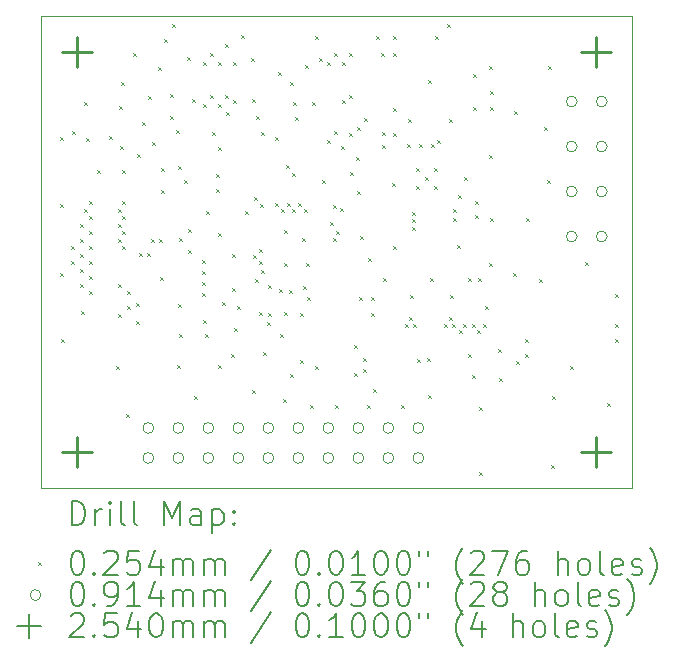
<source format=gbr>
%TF.GenerationSoftware,KiCad,Pcbnew,8.0.5*%
%TF.CreationDate,2025-10-23T14:51:03-05:00*%
%TF.ProjectId,iris-128s-adapter,69726973-2d31-4323-9873-2d6164617074,1.0.0*%
%TF.SameCoordinates,Original*%
%TF.FileFunction,Drillmap*%
%TF.FilePolarity,Positive*%
%FSLAX45Y45*%
G04 Gerber Fmt 4.5, Leading zero omitted, Abs format (unit mm)*
G04 Created by KiCad (PCBNEW 8.0.5) date 2025-10-23 14:51:03*
%MOMM*%
%LPD*%
G01*
G04 APERTURE LIST*
%ADD10C,0.050000*%
%ADD11C,0.200000*%
%ADD12C,0.100000*%
%ADD13C,0.254000*%
G04 APERTURE END LIST*
D10*
X7000000Y-9000000D02*
X12000000Y-9000000D01*
X12000000Y-13000000D01*
X7000000Y-13000000D01*
X7000000Y-9000000D01*
D11*
D12*
X7157720Y-10030460D02*
X7183120Y-10055860D01*
X7183120Y-10030460D02*
X7157720Y-10055860D01*
X7157720Y-11176000D02*
X7183120Y-11201400D01*
X7183120Y-11176000D02*
X7157720Y-11201400D01*
X7160260Y-10594340D02*
X7185660Y-10619740D01*
X7185660Y-10594340D02*
X7160260Y-10619740D01*
X7165340Y-11739880D02*
X7190740Y-11765280D01*
X7190740Y-11739880D02*
X7165340Y-11765280D01*
X7249160Y-10955020D02*
X7274560Y-10980420D01*
X7274560Y-10955020D02*
X7249160Y-10980420D01*
X7249160Y-11082020D02*
X7274560Y-11107420D01*
X7274560Y-11082020D02*
X7249160Y-11107420D01*
X7261860Y-9979660D02*
X7287260Y-10005060D01*
X7287260Y-9979660D02*
X7261860Y-10005060D01*
X7326010Y-10765050D02*
X7351410Y-10790450D01*
X7351410Y-10765050D02*
X7326010Y-10790450D01*
X7326010Y-10892050D02*
X7351410Y-10917450D01*
X7351410Y-10892050D02*
X7326010Y-10917450D01*
X7326010Y-11019050D02*
X7351410Y-11044450D01*
X7351410Y-11019050D02*
X7326010Y-11044450D01*
X7326010Y-11146050D02*
X7351410Y-11171450D01*
X7351410Y-11146050D02*
X7326010Y-11171450D01*
X7326010Y-11273050D02*
X7351410Y-11298450D01*
X7351410Y-11273050D02*
X7326010Y-11298450D01*
X7333910Y-11500158D02*
X7359310Y-11525558D01*
X7359310Y-11500158D02*
X7333910Y-11525558D01*
X7363460Y-9733280D02*
X7388860Y-9758680D01*
X7388860Y-9733280D02*
X7363460Y-9758680D01*
X7364110Y-10638050D02*
X7389510Y-10663450D01*
X7389510Y-10638050D02*
X7364110Y-10663450D01*
X7381240Y-10035540D02*
X7406640Y-10060940D01*
X7406640Y-10035540D02*
X7381240Y-10060940D01*
X7402210Y-10574550D02*
X7427610Y-10599950D01*
X7427610Y-10574550D02*
X7402210Y-10599950D01*
X7402210Y-10701550D02*
X7427610Y-10726950D01*
X7427610Y-10701550D02*
X7402210Y-10726950D01*
X7402210Y-10828550D02*
X7427610Y-10853950D01*
X7427610Y-10828550D02*
X7402210Y-10853950D01*
X7402210Y-10955550D02*
X7427610Y-10980950D01*
X7427610Y-10955550D02*
X7402210Y-10980950D01*
X7402210Y-11082550D02*
X7427610Y-11107950D01*
X7427610Y-11082550D02*
X7402210Y-11107950D01*
X7402210Y-11209550D02*
X7427610Y-11234950D01*
X7427610Y-11209550D02*
X7402210Y-11234950D01*
X7402210Y-11336550D02*
X7427610Y-11361950D01*
X7427610Y-11336550D02*
X7402210Y-11361950D01*
X7470140Y-10307320D02*
X7495540Y-10332720D01*
X7495540Y-10307320D02*
X7470140Y-10332720D01*
X7571740Y-10022840D02*
X7597140Y-10048240D01*
X7597140Y-10022840D02*
X7571740Y-10048240D01*
X7635240Y-11965940D02*
X7660640Y-11991340D01*
X7660640Y-11965940D02*
X7635240Y-11991340D01*
X7648590Y-10638050D02*
X7673990Y-10663450D01*
X7673990Y-10638050D02*
X7648590Y-10663450D01*
X7648590Y-10765050D02*
X7673990Y-10790450D01*
X7673990Y-10765050D02*
X7648590Y-10790450D01*
X7648590Y-10892050D02*
X7673990Y-10917450D01*
X7673990Y-10892050D02*
X7648590Y-10917450D01*
X7648590Y-11273050D02*
X7673990Y-11298450D01*
X7673990Y-11273050D02*
X7648590Y-11298450D01*
X7648590Y-11527050D02*
X7673990Y-11552450D01*
X7673990Y-11527050D02*
X7648590Y-11552450D01*
X7655560Y-9763760D02*
X7680960Y-9789160D01*
X7680960Y-9763760D02*
X7655560Y-9789160D01*
X7665720Y-10104120D02*
X7691120Y-10129520D01*
X7691120Y-10104120D02*
X7665720Y-10129520D01*
X7675880Y-9565640D02*
X7701280Y-9591040D01*
X7701280Y-9565640D02*
X7675880Y-9591040D01*
X7686690Y-10307320D02*
X7712090Y-10332720D01*
X7712090Y-10307320D02*
X7686690Y-10332720D01*
X7686690Y-10574550D02*
X7712090Y-10599950D01*
X7712090Y-10574550D02*
X7686690Y-10599950D01*
X7686690Y-10701550D02*
X7712090Y-10726950D01*
X7712090Y-10701550D02*
X7686690Y-10726950D01*
X7686690Y-10828550D02*
X7712090Y-10853950D01*
X7712090Y-10828550D02*
X7686690Y-10853950D01*
X7686690Y-10955550D02*
X7712090Y-10980950D01*
X7712090Y-10955550D02*
X7686690Y-10980950D01*
X7716520Y-12372340D02*
X7741920Y-12397740D01*
X7741920Y-12372340D02*
X7716520Y-12397740D01*
X7724790Y-11336550D02*
X7750190Y-11361950D01*
X7750190Y-11336550D02*
X7724790Y-11361950D01*
X7724790Y-11463550D02*
X7750190Y-11488950D01*
X7750190Y-11463550D02*
X7724790Y-11488950D01*
X7780020Y-9319260D02*
X7805420Y-9344660D01*
X7805420Y-9319260D02*
X7780020Y-9344660D01*
X7805420Y-11430000D02*
X7830820Y-11455400D01*
X7830820Y-11430000D02*
X7805420Y-11455400D01*
X7805420Y-11584940D02*
X7830820Y-11610340D01*
X7830820Y-11584940D02*
X7805420Y-11610340D01*
X7810500Y-10175240D02*
X7835900Y-10200640D01*
X7835900Y-10175240D02*
X7810500Y-10200640D01*
X7832598Y-11011408D02*
X7857998Y-11036808D01*
X7857998Y-11011408D02*
X7832598Y-11036808D01*
X7856220Y-9900920D02*
X7881620Y-9926320D01*
X7881620Y-9900920D02*
X7856220Y-9926320D01*
X7898638Y-11011408D02*
X7924038Y-11036808D01*
X7924038Y-11011408D02*
X7898638Y-11036808D01*
X7907020Y-9682480D02*
X7932420Y-9707880D01*
X7932420Y-9682480D02*
X7907020Y-9707880D01*
X7934198Y-10889488D02*
X7959598Y-10914888D01*
X7959598Y-10889488D02*
X7934198Y-10914888D01*
X7934960Y-10068560D02*
X7960360Y-10093960D01*
X7960360Y-10068560D02*
X7934960Y-10093960D01*
X7985760Y-9436100D02*
X8011160Y-9461500D01*
X8011160Y-9436100D02*
X7985760Y-9461500D01*
X8000238Y-10889488D02*
X8025638Y-10914888D01*
X8025638Y-10889488D02*
X8000238Y-10914888D01*
X8008620Y-11211560D02*
X8034020Y-11236960D01*
X8034020Y-11211560D02*
X8008620Y-11236960D01*
X8018780Y-10287000D02*
X8044180Y-10312400D01*
X8044180Y-10287000D02*
X8018780Y-10312400D01*
X8018780Y-10477500D02*
X8044180Y-10502900D01*
X8044180Y-10477500D02*
X8018780Y-10502900D01*
X8044180Y-9197340D02*
X8069580Y-9222740D01*
X8069580Y-9197340D02*
X8044180Y-9222740D01*
X8089900Y-9852660D02*
X8115300Y-9878060D01*
X8115300Y-9852660D02*
X8089900Y-9878060D01*
X8094980Y-9662160D02*
X8120380Y-9687560D01*
X8120380Y-9662160D02*
X8094980Y-9687560D01*
X8110220Y-9070340D02*
X8135620Y-9095740D01*
X8135620Y-9070340D02*
X8110220Y-9095740D01*
X8140700Y-9972040D02*
X8166100Y-9997440D01*
X8166100Y-9972040D02*
X8140700Y-9997440D01*
X8153400Y-11958320D02*
X8178800Y-11983720D01*
X8178800Y-11958320D02*
X8153400Y-11983720D01*
X8158480Y-10276840D02*
X8183880Y-10302240D01*
X8183880Y-10276840D02*
X8158480Y-10302240D01*
X8158480Y-11442700D02*
X8183880Y-11468100D01*
X8183880Y-11442700D02*
X8158480Y-11468100D01*
X8166100Y-10886440D02*
X8191500Y-10911840D01*
X8191500Y-10886440D02*
X8166100Y-10911840D01*
X8168640Y-11696700D02*
X8194040Y-11722100D01*
X8194040Y-11696700D02*
X8168640Y-11722100D01*
X8211820Y-10388600D02*
X8237220Y-10414000D01*
X8237220Y-10388600D02*
X8211820Y-10414000D01*
X8236470Y-9353308D02*
X8261870Y-9378708D01*
X8261870Y-9353308D02*
X8236470Y-9378708D01*
X8244840Y-10805160D02*
X8270240Y-10830560D01*
X8270240Y-10805160D02*
X8244840Y-10830560D01*
X8244840Y-10982960D02*
X8270240Y-11008360D01*
X8270240Y-10982960D02*
X8244840Y-11008360D01*
X8280400Y-9710420D02*
X8305800Y-9735820D01*
X8305800Y-9710420D02*
X8280400Y-9735820D01*
X8295640Y-12222480D02*
X8321040Y-12247880D01*
X8321040Y-12222480D02*
X8295640Y-12247880D01*
X8361460Y-11067264D02*
X8386860Y-11092664D01*
X8386860Y-11067264D02*
X8361460Y-11092664D01*
X8361460Y-11161244D02*
X8386860Y-11186644D01*
X8386860Y-11161244D02*
X8361460Y-11186644D01*
X8361460Y-11255244D02*
X8386860Y-11280644D01*
X8386860Y-11255244D02*
X8361460Y-11280644D01*
X8361460Y-11349244D02*
X8386860Y-11374644D01*
X8386860Y-11349244D02*
X8361460Y-11374644D01*
X8366760Y-11577320D02*
X8392160Y-11602720D01*
X8392160Y-11577320D02*
X8366760Y-11602720D01*
X8370228Y-9394948D02*
X8395628Y-9420348D01*
X8395628Y-9394948D02*
X8370228Y-9420348D01*
X8370228Y-9750548D02*
X8395628Y-9775948D01*
X8395628Y-9750548D02*
X8370228Y-9775948D01*
X8389620Y-11696700D02*
X8415020Y-11722100D01*
X8415020Y-11696700D02*
X8389620Y-11722100D01*
X8394700Y-10657840D02*
X8420100Y-10683240D01*
X8420100Y-10657840D02*
X8394700Y-10683240D01*
X8433728Y-9318748D02*
X8459128Y-9344148D01*
X8459128Y-9318748D02*
X8433728Y-9344148D01*
X8433728Y-9674348D02*
X8459128Y-9699748D01*
X8459128Y-9674348D02*
X8433728Y-9699748D01*
X8448040Y-9987280D02*
X8473440Y-10012680D01*
X8473440Y-9987280D02*
X8448040Y-10012680D01*
X8478520Y-10337800D02*
X8503920Y-10363200D01*
X8503920Y-10337800D02*
X8478520Y-10363200D01*
X8478520Y-10472420D02*
X8503920Y-10497820D01*
X8503920Y-10472420D02*
X8478520Y-10497820D01*
X8493760Y-10843260D02*
X8519160Y-10868660D01*
X8519160Y-10843260D02*
X8493760Y-10868660D01*
X8497228Y-9394948D02*
X8522628Y-9420348D01*
X8522628Y-9394948D02*
X8497228Y-9420348D01*
X8497228Y-9750548D02*
X8522628Y-9775948D01*
X8522628Y-9750548D02*
X8497228Y-9775948D01*
X8498840Y-10109200D02*
X8524240Y-10134600D01*
X8524240Y-10109200D02*
X8498840Y-10134600D01*
X8501380Y-11958320D02*
X8526780Y-11983720D01*
X8526780Y-11958320D02*
X8501380Y-11983720D01*
X8529320Y-11424920D02*
X8554720Y-11450320D01*
X8554720Y-11424920D02*
X8529320Y-11450320D01*
X8560728Y-9242548D02*
X8586128Y-9267948D01*
X8586128Y-9242548D02*
X8560728Y-9267948D01*
X8560728Y-9674348D02*
X8586128Y-9699748D01*
X8586128Y-9674348D02*
X8560728Y-9699748D01*
X8564880Y-9819640D02*
X8590280Y-9845040D01*
X8590280Y-9819640D02*
X8564880Y-9845040D01*
X8608060Y-11869420D02*
X8633460Y-11894820D01*
X8633460Y-11869420D02*
X8608060Y-11894820D01*
X8613746Y-11017250D02*
X8639146Y-11042650D01*
X8639146Y-11017250D02*
X8613746Y-11042650D01*
X8618746Y-11303508D02*
X8644146Y-11328908D01*
X8644146Y-11303508D02*
X8618746Y-11328908D01*
X8624228Y-9394948D02*
X8649628Y-9420348D01*
X8649628Y-9394948D02*
X8624228Y-9420348D01*
X8624228Y-9712448D02*
X8649628Y-9737848D01*
X8649628Y-9712448D02*
X8624228Y-9737848D01*
X8633460Y-11643360D02*
X8658860Y-11668760D01*
X8658860Y-11643360D02*
X8633460Y-11668760D01*
X8658860Y-11463020D02*
X8684260Y-11488420D01*
X8684260Y-11463020D02*
X8658860Y-11488420D01*
X8689340Y-9166860D02*
X8714740Y-9192260D01*
X8714740Y-9166860D02*
X8689340Y-9192260D01*
X8724900Y-10657840D02*
X8750300Y-10683240D01*
X8750300Y-10657840D02*
X8724900Y-10683240D01*
X8780780Y-9357360D02*
X8806180Y-9382760D01*
X8806180Y-9357360D02*
X8780780Y-9382760D01*
X8783320Y-9710420D02*
X8808720Y-9735820D01*
X8808720Y-9710420D02*
X8783320Y-9735820D01*
X8784082Y-12170410D02*
X8809482Y-12195810D01*
X8809482Y-12170410D02*
X8784082Y-12195810D01*
X8792720Y-11026532D02*
X8818120Y-11051932D01*
X8818120Y-11026532D02*
X8792720Y-11051932D01*
X8801100Y-10535920D02*
X8826500Y-10561320D01*
X8826500Y-10535920D02*
X8801100Y-10561320D01*
X8807960Y-11229340D02*
X8833360Y-11254740D01*
X8833360Y-11229340D02*
X8807960Y-11254740D01*
X8821420Y-9852660D02*
X8846820Y-9878060D01*
X8846820Y-9852660D02*
X8821420Y-9878060D01*
X8843520Y-10976532D02*
X8868920Y-11001932D01*
X8868920Y-10976532D02*
X8843520Y-11001932D01*
X8843520Y-11076532D02*
X8868920Y-11101932D01*
X8868920Y-11076532D02*
X8843520Y-11101932D01*
X8843892Y-11506820D02*
X8869292Y-11532220D01*
X8869292Y-11506820D02*
X8843892Y-11532220D01*
X8856980Y-10599420D02*
X8882380Y-10624820D01*
X8882380Y-10599420D02*
X8856980Y-10624820D01*
X8858760Y-11158282D02*
X8884160Y-11183682D01*
X8884160Y-11158282D02*
X8858760Y-11183682D01*
X8864600Y-9982200D02*
X8890000Y-10007600D01*
X8890000Y-9982200D02*
X8864600Y-10007600D01*
X8877300Y-11846560D02*
X8902700Y-11871960D01*
X8902700Y-11846560D02*
X8877300Y-11871960D01*
X8915400Y-11592560D02*
X8940800Y-11617960D01*
X8940800Y-11592560D02*
X8915400Y-11617960D01*
X8916710Y-11521748D02*
X8942110Y-11547148D01*
X8942110Y-11521748D02*
X8916710Y-11547148D01*
X8917173Y-11284453D02*
X8942573Y-11309853D01*
X8942573Y-11284453D02*
X8917173Y-11309853D01*
X8977524Y-10587886D02*
X9002924Y-10613286D01*
X9002924Y-10587886D02*
X8977524Y-10613286D01*
X8978900Y-10030460D02*
X9004300Y-10055860D01*
X9004300Y-10030460D02*
X8978900Y-10055860D01*
X9009380Y-9476740D02*
X9034780Y-9502140D01*
X9034780Y-9476740D02*
X9009380Y-9502140D01*
X9011650Y-11315700D02*
X9037050Y-11341100D01*
X9037050Y-11315700D02*
X9011650Y-11341100D01*
X9022080Y-11699240D02*
X9047480Y-11724640D01*
X9047480Y-11699240D02*
X9022080Y-11724640D01*
X9027510Y-10638746D02*
X9052910Y-10664146D01*
X9052910Y-10638746D02*
X9027510Y-10664146D01*
X9049004Y-12247372D02*
X9074404Y-12272772D01*
X9074404Y-12247372D02*
X9049004Y-12272772D01*
X9052560Y-10819638D02*
X9077960Y-10845038D01*
X9077960Y-10819638D02*
X9052560Y-10845038D01*
X9052560Y-11097260D02*
X9077960Y-11122660D01*
X9077960Y-11097260D02*
X9052560Y-11122660D01*
X9056750Y-11506820D02*
X9082150Y-11532220D01*
X9082150Y-11506820D02*
X9056750Y-11532220D01*
X9070340Y-10266680D02*
X9095740Y-10292080D01*
X9095740Y-10266680D02*
X9070340Y-10292080D01*
X9077524Y-10587886D02*
X9102924Y-10613286D01*
X9102924Y-10587886D02*
X9077524Y-10613286D01*
X9101200Y-11320780D02*
X9126600Y-11346180D01*
X9126600Y-11320780D02*
X9101200Y-11346180D01*
X9103360Y-12031980D02*
X9128760Y-12057380D01*
X9128760Y-12031980D02*
X9103360Y-12057380D01*
X9110980Y-9565640D02*
X9136380Y-9591040D01*
X9136380Y-9565640D02*
X9110980Y-9591040D01*
X9123680Y-10330180D02*
X9149080Y-10355580D01*
X9149080Y-10330180D02*
X9123680Y-10355580D01*
X9127510Y-10638746D02*
X9152910Y-10664146D01*
X9152910Y-10638746D02*
X9127510Y-10664146D01*
X9131300Y-9728200D02*
X9156700Y-9753600D01*
X9156700Y-9728200D02*
X9131300Y-9753600D01*
X9151620Y-9857740D02*
X9177020Y-9883140D01*
X9177020Y-9857740D02*
X9151620Y-9883140D01*
X9177524Y-10587886D02*
X9202924Y-10613286D01*
X9202924Y-10587886D02*
X9177524Y-10613286D01*
X9190224Y-11515902D02*
X9215624Y-11541302D01*
X9215624Y-11515902D02*
X9190224Y-11541302D01*
X9194347Y-11914179D02*
X9219747Y-11939579D01*
X9219747Y-11914179D02*
X9194347Y-11939579D01*
X9210548Y-10886948D02*
X9235948Y-10912348D01*
X9235948Y-10886948D02*
X9210548Y-10912348D01*
X9213326Y-11289300D02*
X9238726Y-11314700D01*
X9238726Y-11289300D02*
X9213326Y-11314700D01*
X9227510Y-10638746D02*
X9252910Y-10664146D01*
X9252910Y-10638746D02*
X9227510Y-10664146D01*
X9237980Y-9418320D02*
X9263380Y-9443720D01*
X9263380Y-9418320D02*
X9237980Y-9443720D01*
X9240576Y-11097260D02*
X9265976Y-11122660D01*
X9265976Y-11097260D02*
X9240576Y-11122660D01*
X9247378Y-11386940D02*
X9272778Y-11412340D01*
X9272778Y-11386940D02*
X9247378Y-11412340D01*
X9273540Y-12301220D02*
X9298940Y-12326620D01*
X9298940Y-12301220D02*
X9273540Y-12326620D01*
X9296400Y-9728200D02*
X9321800Y-9753600D01*
X9321800Y-9728200D02*
X9296400Y-9753600D01*
X9319260Y-11971020D02*
X9344660Y-11996420D01*
X9344660Y-11971020D02*
X9319260Y-11996420D01*
X9321800Y-9169400D02*
X9347200Y-9194800D01*
X9347200Y-9169400D02*
X9321800Y-9194800D01*
X9356068Y-9356808D02*
X9381468Y-9382208D01*
X9381468Y-9356808D02*
X9356068Y-9382208D01*
X9375140Y-10388600D02*
X9400540Y-10414000D01*
X9400540Y-10388600D02*
X9375140Y-10414000D01*
X9419568Y-9394908D02*
X9444968Y-9420308D01*
X9444968Y-9394908D02*
X9419568Y-9420308D01*
X9419568Y-10055308D02*
X9444968Y-10080708D01*
X9444968Y-10055308D02*
X9419568Y-10080708D01*
X9446288Y-10744782D02*
X9471688Y-10770182D01*
X9471688Y-10744782D02*
X9446288Y-10770182D01*
X9470494Y-10884180D02*
X9495894Y-10909580D01*
X9495894Y-10884180D02*
X9470494Y-10909580D01*
X9474708Y-10601706D02*
X9500108Y-10627106D01*
X9500108Y-10601706D02*
X9474708Y-10627106D01*
X9483068Y-9318708D02*
X9508468Y-9344108D01*
X9508468Y-9318708D02*
X9483068Y-9344108D01*
X9483068Y-9979108D02*
X9508468Y-10004508D01*
X9508468Y-9979108D02*
X9483068Y-10004508D01*
X9489440Y-12301220D02*
X9514840Y-12326620D01*
X9514840Y-12301220D02*
X9489440Y-12326620D01*
X9497120Y-10826532D02*
X9522520Y-10851932D01*
X9522520Y-10826532D02*
X9497120Y-10851932D01*
X9534140Y-10629024D02*
X9559540Y-10654424D01*
X9559540Y-10629024D02*
X9534140Y-10654424D01*
X9542780Y-10106660D02*
X9568180Y-10132060D01*
X9568180Y-10106660D02*
X9542780Y-10132060D01*
X9546568Y-9394908D02*
X9571968Y-9420308D01*
X9571968Y-9394908D02*
X9546568Y-9420308D01*
X9546568Y-9712408D02*
X9571968Y-9737808D01*
X9571968Y-9712408D02*
X9546568Y-9737808D01*
X9603740Y-9994900D02*
X9629140Y-10020300D01*
X9629140Y-9994900D02*
X9603740Y-10020300D01*
X9610068Y-9318708D02*
X9635468Y-9344108D01*
X9635468Y-9318708D02*
X9610068Y-9344108D01*
X9610068Y-9674308D02*
X9635468Y-9699708D01*
X9635468Y-9674308D02*
X9610068Y-9699708D01*
X9613900Y-10327640D02*
X9639300Y-10353040D01*
X9639300Y-10327640D02*
X9613900Y-10353040D01*
X9649460Y-11785600D02*
X9674860Y-11811000D01*
X9674860Y-11785600D02*
X9649460Y-11811000D01*
X9649460Y-12026900D02*
X9674860Y-12052300D01*
X9674860Y-12026900D02*
X9649460Y-12052300D01*
X9669780Y-10200640D02*
X9695180Y-10226040D01*
X9695180Y-10200640D02*
X9669780Y-10226040D01*
X9673568Y-9941008D02*
X9698968Y-9966408D01*
X9698968Y-9941008D02*
X9673568Y-9966408D01*
X9674860Y-10482580D02*
X9700260Y-10507980D01*
X9700260Y-10482580D02*
X9674860Y-10507980D01*
X9692640Y-11379200D02*
X9718040Y-11404600D01*
X9718040Y-11379200D02*
X9692640Y-11404600D01*
X9700260Y-10866120D02*
X9725660Y-10891520D01*
X9725660Y-10866120D02*
X9700260Y-10891520D01*
X9726976Y-11898600D02*
X9752376Y-11924000D01*
X9752376Y-11898600D02*
X9726976Y-11924000D01*
X9726976Y-11992776D02*
X9752376Y-12018176D01*
X9752376Y-11992776D02*
X9726976Y-12018176D01*
X9737068Y-9864808D02*
X9762468Y-9890208D01*
X9762468Y-9864808D02*
X9737068Y-9890208D01*
X9762236Y-12301220D02*
X9787636Y-12326620D01*
X9787636Y-12301220D02*
X9762236Y-12326620D01*
X9771380Y-11049000D02*
X9796780Y-11074400D01*
X9796780Y-11049000D02*
X9771380Y-11074400D01*
X9795002Y-11518700D02*
X9820402Y-11544100D01*
X9820402Y-11518700D02*
X9795002Y-11544100D01*
X9795322Y-11379780D02*
X9820722Y-11405180D01*
X9820722Y-11379780D02*
X9795322Y-11405180D01*
X9806940Y-12164060D02*
X9832340Y-12189460D01*
X9832340Y-12164060D02*
X9806940Y-12189460D01*
X9834880Y-9171940D02*
X9860280Y-9197340D01*
X9860280Y-9171940D02*
X9834880Y-9197340D01*
X9875882Y-9318708D02*
X9901282Y-9344108D01*
X9901282Y-9318708D02*
X9875882Y-9344108D01*
X9885680Y-9984740D02*
X9911080Y-10010140D01*
X9911080Y-9984740D02*
X9885680Y-10010140D01*
X9888220Y-10099040D02*
X9913620Y-10124440D01*
X9913620Y-10099040D02*
X9888220Y-10124440D01*
X9891110Y-11218946D02*
X9916510Y-11244346D01*
X9916510Y-11218946D02*
X9891110Y-11244346D01*
X9973444Y-10414456D02*
X9998844Y-10439856D01*
X9998844Y-10414456D02*
X9973444Y-10439856D01*
X9975882Y-9318708D02*
X10001282Y-9344108D01*
X10001282Y-9318708D02*
X9975882Y-9344108D01*
X9977120Y-9174480D02*
X10002520Y-9199880D01*
X10002520Y-9174480D02*
X9977120Y-9199880D01*
X9978822Y-10948936D02*
X10004222Y-10974336D01*
X10004222Y-10948936D02*
X9978822Y-10974336D01*
X9979660Y-9779000D02*
X10005060Y-9804400D01*
X10005060Y-9779000D02*
X9979660Y-9804400D01*
X9980422Y-9995098D02*
X10005822Y-10020498D01*
X10005822Y-9995098D02*
X9980422Y-10020498D01*
X10050780Y-12301220D02*
X10076180Y-12326620D01*
X10076180Y-12301220D02*
X10050780Y-12326620D01*
X10076680Y-11613020D02*
X10102080Y-11638420D01*
X10102080Y-11613020D02*
X10076680Y-11638420D01*
X10099722Y-10083794D02*
X10125122Y-10109194D01*
X10125122Y-10083794D02*
X10099722Y-10109194D01*
X10103686Y-9877932D02*
X10129086Y-9903332D01*
X10129086Y-9877932D02*
X10103686Y-9903332D01*
X10116626Y-11554260D02*
X10142026Y-11579660D01*
X10142026Y-11554260D02*
X10116626Y-11579660D01*
X10124246Y-11367080D02*
X10149646Y-11392480D01*
X10149646Y-11367080D02*
X10124246Y-11392480D01*
X10140870Y-10788136D02*
X10166270Y-10813536D01*
X10166270Y-10788136D02*
X10140870Y-10813536D01*
X10140950Y-10660688D02*
X10166350Y-10686088D01*
X10166350Y-10660688D02*
X10140950Y-10686088D01*
X10140950Y-10724382D02*
X10166350Y-10749782D01*
X10166350Y-10724382D02*
X10140950Y-10749782D01*
X10152066Y-11613020D02*
X10177466Y-11638420D01*
X10177466Y-11613020D02*
X10152066Y-11638420D01*
X10172844Y-10290756D02*
X10198244Y-10316156D01*
X10198244Y-10290756D02*
X10172844Y-10316156D01*
X10172844Y-10443156D02*
X10198244Y-10468556D01*
X10198244Y-10443156D02*
X10172844Y-10468556D01*
X10180320Y-11910060D02*
X10205720Y-11935460D01*
X10205720Y-11910060D02*
X10180320Y-11935460D01*
X10199044Y-10088620D02*
X10224444Y-10114020D01*
X10224444Y-10088620D02*
X10199044Y-10114020D01*
X10249044Y-10366956D02*
X10274444Y-10392356D01*
X10274444Y-10366956D02*
X10249044Y-10392356D01*
X10270790Y-11898600D02*
X10296190Y-11924000D01*
X10296190Y-11898600D02*
X10270790Y-11924000D01*
X10271760Y-9545320D02*
X10297160Y-9570720D01*
X10297160Y-9545320D02*
X10271760Y-9570720D01*
X10274300Y-12212320D02*
X10299700Y-12237720D01*
X10299700Y-12212320D02*
X10274300Y-12237720D01*
X10289582Y-11218946D02*
X10314982Y-11244346D01*
X10314982Y-11218946D02*
X10289582Y-11244346D01*
X10299044Y-10088620D02*
X10324444Y-10114020D01*
X10324444Y-10088620D02*
X10299044Y-10114020D01*
X10325244Y-10290756D02*
X10350644Y-10316156D01*
X10350644Y-10290756D02*
X10325244Y-10316156D01*
X10325244Y-10443156D02*
X10350644Y-10468556D01*
X10350644Y-10443156D02*
X10325244Y-10468556D01*
X10332720Y-9177020D02*
X10358120Y-9202420D01*
X10358120Y-9177020D02*
X10332720Y-9202420D01*
X10353468Y-10052298D02*
X10378868Y-10077698D01*
X10378868Y-10052298D02*
X10353468Y-10077698D01*
X10410520Y-11613020D02*
X10435920Y-11638420D01*
X10435920Y-11613020D02*
X10410520Y-11638420D01*
X10434320Y-9070340D02*
X10459720Y-9095740D01*
X10459720Y-9070340D02*
X10434320Y-9095740D01*
X10449570Y-11554260D02*
X10474970Y-11579660D01*
X10474970Y-11554260D02*
X10449570Y-11579660D01*
X10454224Y-9877932D02*
X10479624Y-9903332D01*
X10479624Y-9877932D02*
X10454224Y-9903332D01*
X10458460Y-11367080D02*
X10483860Y-11392480D01*
X10483860Y-11367080D02*
X10458460Y-11392480D01*
X10482060Y-11613020D02*
X10507460Y-11638420D01*
X10507460Y-11613020D02*
X10482060Y-11638420D01*
X10483008Y-10634720D02*
X10508408Y-10660120D01*
X10508408Y-10634720D02*
X10483008Y-10660120D01*
X10483008Y-10717022D02*
X10508408Y-10742422D01*
X10508408Y-10717022D02*
X10483008Y-10742422D01*
X10520756Y-10940318D02*
X10546156Y-10965718D01*
X10546156Y-10940318D02*
X10520756Y-10965718D01*
X10531510Y-10519878D02*
X10556910Y-10545278D01*
X10556910Y-10519878D02*
X10531510Y-10545278D01*
X10534000Y-11663480D02*
X10559400Y-11688880D01*
X10559400Y-11663480D02*
X10534000Y-11688880D01*
X10574000Y-11613020D02*
X10599400Y-11638420D01*
X10599400Y-11613020D02*
X10574000Y-11638420D01*
X10583084Y-10364456D02*
X10608484Y-10389856D01*
X10608484Y-10364456D02*
X10583084Y-10389856D01*
X10612120Y-11866880D02*
X10637520Y-11892280D01*
X10637520Y-11866880D02*
X10612120Y-11892280D01*
X10614660Y-11225206D02*
X10640060Y-11250606D01*
X10640060Y-11225206D02*
X10614660Y-11250606D01*
X10650220Y-12044680D02*
X10675620Y-12070080D01*
X10675620Y-12044680D02*
X10650220Y-12070080D01*
X10652000Y-11613020D02*
X10677400Y-11638420D01*
X10677400Y-11613020D02*
X10652000Y-11638420D01*
X10652760Y-9494520D02*
X10678160Y-9519920D01*
X10678160Y-9494520D02*
X10652760Y-9519920D01*
X10657840Y-9771380D02*
X10683240Y-9796780D01*
X10683240Y-9771380D02*
X10657840Y-9796780D01*
X10670540Y-10574020D02*
X10695940Y-10599420D01*
X10695940Y-10574020D02*
X10670540Y-10599420D01*
X10670540Y-10690860D02*
X10695940Y-10716260D01*
X10695940Y-10690860D02*
X10670540Y-10716260D01*
X10691878Y-11663480D02*
X10717278Y-11688880D01*
X10717278Y-11663480D02*
X10691878Y-11688880D01*
X10696194Y-11225206D02*
X10721594Y-11250606D01*
X10721594Y-11225206D02*
X10696194Y-11250606D01*
X10708204Y-12312980D02*
X10733604Y-12338380D01*
X10733604Y-12312980D02*
X10708204Y-12338380D01*
X10708204Y-12861620D02*
X10733604Y-12887020D01*
X10733604Y-12861620D02*
X10708204Y-12887020D01*
X10743842Y-11613020D02*
X10769242Y-11638420D01*
X10769242Y-11613020D02*
X10743842Y-11638420D01*
X10761204Y-11456742D02*
X10786604Y-11482142D01*
X10786604Y-11456742D02*
X10761204Y-11482142D01*
X10795000Y-9431020D02*
X10820400Y-9456420D01*
X10820400Y-9431020D02*
X10795000Y-9456420D01*
X10795000Y-10182860D02*
X10820400Y-10208260D01*
X10820400Y-10182860D02*
X10795000Y-10208260D01*
X10795000Y-11097260D02*
X10820400Y-11122660D01*
X10820400Y-11097260D02*
X10795000Y-11122660D01*
X10797540Y-9639300D02*
X10822940Y-9664700D01*
X10822940Y-9639300D02*
X10797540Y-9664700D01*
X10797540Y-9776460D02*
X10822940Y-9801860D01*
X10822940Y-9776460D02*
X10797540Y-9801860D01*
X10800080Y-10711180D02*
X10825480Y-10736580D01*
X10825480Y-10711180D02*
X10800080Y-10736580D01*
X10871200Y-11826240D02*
X10896600Y-11851640D01*
X10896600Y-11826240D02*
X10871200Y-11851640D01*
X10876280Y-12067540D02*
X10901680Y-12092940D01*
X10901680Y-12067540D02*
X10876280Y-12092940D01*
X10998200Y-11178540D02*
X11023600Y-11203940D01*
X11023600Y-11178540D02*
X10998200Y-11203940D01*
X11000096Y-9809226D02*
X11025496Y-9834626D01*
X11025496Y-9809226D02*
X11000096Y-9834626D01*
X11020044Y-11927332D02*
X11045444Y-11952732D01*
X11045444Y-11927332D02*
X11020044Y-11952732D01*
X11098236Y-11734834D02*
X11123636Y-11760234D01*
X11123636Y-11734834D02*
X11098236Y-11760234D01*
X11098236Y-11861834D02*
X11123636Y-11887234D01*
X11123636Y-11861834D02*
X11098236Y-11887234D01*
X11104880Y-10713720D02*
X11130280Y-10739120D01*
X11130280Y-10713720D02*
X11104880Y-10739120D01*
X11214100Y-11234420D02*
X11239500Y-11259820D01*
X11239500Y-11234420D02*
X11214100Y-11259820D01*
X11254740Y-9941560D02*
X11280140Y-9966960D01*
X11280140Y-9941560D02*
X11254740Y-9966960D01*
X11280140Y-10391140D02*
X11305540Y-10416540D01*
X11305540Y-10391140D02*
X11280140Y-10416540D01*
X11290300Y-9428480D02*
X11315700Y-9453880D01*
X11315700Y-9428480D02*
X11290300Y-9453880D01*
X11320780Y-12806680D02*
X11346180Y-12832080D01*
X11346180Y-12806680D02*
X11320780Y-12832080D01*
X11325860Y-12217400D02*
X11351260Y-12242800D01*
X11351260Y-12217400D02*
X11325860Y-12242800D01*
X11475720Y-11971020D02*
X11501120Y-11996420D01*
X11501120Y-11971020D02*
X11475720Y-11996420D01*
X11607800Y-11089640D02*
X11633200Y-11115040D01*
X11633200Y-11089640D02*
X11607800Y-11115040D01*
X11790680Y-12278360D02*
X11816080Y-12303760D01*
X11816080Y-12278360D02*
X11790680Y-12303760D01*
X11860236Y-11353834D02*
X11885636Y-11379234D01*
X11885636Y-11353834D02*
X11860236Y-11379234D01*
X11860236Y-11607834D02*
X11885636Y-11633234D01*
X11885636Y-11607834D02*
X11860236Y-11633234D01*
X11860236Y-11734834D02*
X11885636Y-11760234D01*
X11885636Y-11734834D02*
X11860236Y-11760234D01*
X7952720Y-12492050D02*
G75*
G02*
X7861280Y-12492050I-45720J0D01*
G01*
X7861280Y-12492050D02*
G75*
G02*
X7952720Y-12492050I45720J0D01*
G01*
X7952720Y-12746050D02*
G75*
G02*
X7861280Y-12746050I-45720J0D01*
G01*
X7861280Y-12746050D02*
G75*
G02*
X7952720Y-12746050I45720J0D01*
G01*
X8206720Y-12492050D02*
G75*
G02*
X8115280Y-12492050I-45720J0D01*
G01*
X8115280Y-12492050D02*
G75*
G02*
X8206720Y-12492050I45720J0D01*
G01*
X8206720Y-12746050D02*
G75*
G02*
X8115280Y-12746050I-45720J0D01*
G01*
X8115280Y-12746050D02*
G75*
G02*
X8206720Y-12746050I45720J0D01*
G01*
X8460720Y-12492050D02*
G75*
G02*
X8369280Y-12492050I-45720J0D01*
G01*
X8369280Y-12492050D02*
G75*
G02*
X8460720Y-12492050I45720J0D01*
G01*
X8460720Y-12746050D02*
G75*
G02*
X8369280Y-12746050I-45720J0D01*
G01*
X8369280Y-12746050D02*
G75*
G02*
X8460720Y-12746050I45720J0D01*
G01*
X8714720Y-12492050D02*
G75*
G02*
X8623280Y-12492050I-45720J0D01*
G01*
X8623280Y-12492050D02*
G75*
G02*
X8714720Y-12492050I45720J0D01*
G01*
X8714720Y-12746050D02*
G75*
G02*
X8623280Y-12746050I-45720J0D01*
G01*
X8623280Y-12746050D02*
G75*
G02*
X8714720Y-12746050I45720J0D01*
G01*
X8968720Y-12492050D02*
G75*
G02*
X8877280Y-12492050I-45720J0D01*
G01*
X8877280Y-12492050D02*
G75*
G02*
X8968720Y-12492050I45720J0D01*
G01*
X8968720Y-12746050D02*
G75*
G02*
X8877280Y-12746050I-45720J0D01*
G01*
X8877280Y-12746050D02*
G75*
G02*
X8968720Y-12746050I45720J0D01*
G01*
X9222720Y-12492050D02*
G75*
G02*
X9131280Y-12492050I-45720J0D01*
G01*
X9131280Y-12492050D02*
G75*
G02*
X9222720Y-12492050I45720J0D01*
G01*
X9222720Y-12746050D02*
G75*
G02*
X9131280Y-12746050I-45720J0D01*
G01*
X9131280Y-12746050D02*
G75*
G02*
X9222720Y-12746050I45720J0D01*
G01*
X9476720Y-12492050D02*
G75*
G02*
X9385280Y-12492050I-45720J0D01*
G01*
X9385280Y-12492050D02*
G75*
G02*
X9476720Y-12492050I45720J0D01*
G01*
X9476720Y-12746050D02*
G75*
G02*
X9385280Y-12746050I-45720J0D01*
G01*
X9385280Y-12746050D02*
G75*
G02*
X9476720Y-12746050I45720J0D01*
G01*
X9730720Y-12492050D02*
G75*
G02*
X9639280Y-12492050I-45720J0D01*
G01*
X9639280Y-12492050D02*
G75*
G02*
X9730720Y-12492050I45720J0D01*
G01*
X9730720Y-12746050D02*
G75*
G02*
X9639280Y-12746050I-45720J0D01*
G01*
X9639280Y-12746050D02*
G75*
G02*
X9730720Y-12746050I45720J0D01*
G01*
X9984720Y-12492050D02*
G75*
G02*
X9893280Y-12492050I-45720J0D01*
G01*
X9893280Y-12492050D02*
G75*
G02*
X9984720Y-12492050I45720J0D01*
G01*
X9984720Y-12746050D02*
G75*
G02*
X9893280Y-12746050I-45720J0D01*
G01*
X9893280Y-12746050D02*
G75*
G02*
X9984720Y-12746050I45720J0D01*
G01*
X10238720Y-12492050D02*
G75*
G02*
X10147280Y-12492050I-45720J0D01*
G01*
X10147280Y-12492050D02*
G75*
G02*
X10238720Y-12492050I45720J0D01*
G01*
X10238720Y-12746050D02*
G75*
G02*
X10147280Y-12746050I-45720J0D01*
G01*
X10147280Y-12746050D02*
G75*
G02*
X10238720Y-12746050I45720J0D01*
G01*
X11537696Y-9728200D02*
G75*
G02*
X11446256Y-9728200I-45720J0D01*
G01*
X11446256Y-9728200D02*
G75*
G02*
X11537696Y-9728200I45720J0D01*
G01*
X11537696Y-10109200D02*
G75*
G02*
X11446256Y-10109200I-45720J0D01*
G01*
X11446256Y-10109200D02*
G75*
G02*
X11537696Y-10109200I45720J0D01*
G01*
X11537696Y-10490200D02*
G75*
G02*
X11446256Y-10490200I-45720J0D01*
G01*
X11446256Y-10490200D02*
G75*
G02*
X11537696Y-10490200I45720J0D01*
G01*
X11537696Y-10871200D02*
G75*
G02*
X11446256Y-10871200I-45720J0D01*
G01*
X11446256Y-10871200D02*
G75*
G02*
X11537696Y-10871200I45720J0D01*
G01*
X11791696Y-9728200D02*
G75*
G02*
X11700256Y-9728200I-45720J0D01*
G01*
X11700256Y-9728200D02*
G75*
G02*
X11791696Y-9728200I45720J0D01*
G01*
X11791696Y-10109200D02*
G75*
G02*
X11700256Y-10109200I-45720J0D01*
G01*
X11700256Y-10109200D02*
G75*
G02*
X11791696Y-10109200I45720J0D01*
G01*
X11791696Y-10490200D02*
G75*
G02*
X11700256Y-10490200I-45720J0D01*
G01*
X11700256Y-10490200D02*
G75*
G02*
X11791696Y-10490200I45720J0D01*
G01*
X11791696Y-10871200D02*
G75*
G02*
X11700256Y-10871200I-45720J0D01*
G01*
X11700256Y-10871200D02*
G75*
G02*
X11791696Y-10871200I45720J0D01*
G01*
D13*
X7304800Y-9177800D02*
X7304800Y-9431800D01*
X7177800Y-9304800D02*
X7431800Y-9304800D01*
X7304800Y-12568200D02*
X7304800Y-12822200D01*
X7177800Y-12695200D02*
X7431800Y-12695200D01*
X11695200Y-9177800D02*
X11695200Y-9431800D01*
X11568200Y-9304800D02*
X11822200Y-9304800D01*
X11695200Y-12568200D02*
X11695200Y-12822200D01*
X11568200Y-12695200D02*
X11822200Y-12695200D01*
D11*
X7258277Y-13313984D02*
X7258277Y-13113984D01*
X7258277Y-13113984D02*
X7305896Y-13113984D01*
X7305896Y-13113984D02*
X7334467Y-13123508D01*
X7334467Y-13123508D02*
X7353515Y-13142555D01*
X7353515Y-13142555D02*
X7363039Y-13161603D01*
X7363039Y-13161603D02*
X7372562Y-13199698D01*
X7372562Y-13199698D02*
X7372562Y-13228269D01*
X7372562Y-13228269D02*
X7363039Y-13266365D01*
X7363039Y-13266365D02*
X7353515Y-13285412D01*
X7353515Y-13285412D02*
X7334467Y-13304460D01*
X7334467Y-13304460D02*
X7305896Y-13313984D01*
X7305896Y-13313984D02*
X7258277Y-13313984D01*
X7458277Y-13313984D02*
X7458277Y-13180650D01*
X7458277Y-13218746D02*
X7467801Y-13199698D01*
X7467801Y-13199698D02*
X7477324Y-13190174D01*
X7477324Y-13190174D02*
X7496372Y-13180650D01*
X7496372Y-13180650D02*
X7515420Y-13180650D01*
X7582086Y-13313984D02*
X7582086Y-13180650D01*
X7582086Y-13113984D02*
X7572562Y-13123508D01*
X7572562Y-13123508D02*
X7582086Y-13133031D01*
X7582086Y-13133031D02*
X7591610Y-13123508D01*
X7591610Y-13123508D02*
X7582086Y-13113984D01*
X7582086Y-13113984D02*
X7582086Y-13133031D01*
X7705896Y-13313984D02*
X7686848Y-13304460D01*
X7686848Y-13304460D02*
X7677324Y-13285412D01*
X7677324Y-13285412D02*
X7677324Y-13113984D01*
X7810658Y-13313984D02*
X7791610Y-13304460D01*
X7791610Y-13304460D02*
X7782086Y-13285412D01*
X7782086Y-13285412D02*
X7782086Y-13113984D01*
X8039229Y-13313984D02*
X8039229Y-13113984D01*
X8039229Y-13113984D02*
X8105896Y-13256841D01*
X8105896Y-13256841D02*
X8172562Y-13113984D01*
X8172562Y-13113984D02*
X8172562Y-13313984D01*
X8353515Y-13313984D02*
X8353515Y-13209222D01*
X8353515Y-13209222D02*
X8343991Y-13190174D01*
X8343991Y-13190174D02*
X8324943Y-13180650D01*
X8324943Y-13180650D02*
X8286848Y-13180650D01*
X8286848Y-13180650D02*
X8267801Y-13190174D01*
X8353515Y-13304460D02*
X8334467Y-13313984D01*
X8334467Y-13313984D02*
X8286848Y-13313984D01*
X8286848Y-13313984D02*
X8267801Y-13304460D01*
X8267801Y-13304460D02*
X8258277Y-13285412D01*
X8258277Y-13285412D02*
X8258277Y-13266365D01*
X8258277Y-13266365D02*
X8267801Y-13247317D01*
X8267801Y-13247317D02*
X8286848Y-13237793D01*
X8286848Y-13237793D02*
X8334467Y-13237793D01*
X8334467Y-13237793D02*
X8353515Y-13228269D01*
X8448753Y-13180650D02*
X8448753Y-13380650D01*
X8448753Y-13190174D02*
X8467801Y-13180650D01*
X8467801Y-13180650D02*
X8505896Y-13180650D01*
X8505896Y-13180650D02*
X8524944Y-13190174D01*
X8524944Y-13190174D02*
X8534467Y-13199698D01*
X8534467Y-13199698D02*
X8543991Y-13218746D01*
X8543991Y-13218746D02*
X8543991Y-13275888D01*
X8543991Y-13275888D02*
X8534467Y-13294936D01*
X8534467Y-13294936D02*
X8524944Y-13304460D01*
X8524944Y-13304460D02*
X8505896Y-13313984D01*
X8505896Y-13313984D02*
X8467801Y-13313984D01*
X8467801Y-13313984D02*
X8448753Y-13304460D01*
X8629705Y-13294936D02*
X8639229Y-13304460D01*
X8639229Y-13304460D02*
X8629705Y-13313984D01*
X8629705Y-13313984D02*
X8620182Y-13304460D01*
X8620182Y-13304460D02*
X8629705Y-13294936D01*
X8629705Y-13294936D02*
X8629705Y-13313984D01*
X8629705Y-13190174D02*
X8639229Y-13199698D01*
X8639229Y-13199698D02*
X8629705Y-13209222D01*
X8629705Y-13209222D02*
X8620182Y-13199698D01*
X8620182Y-13199698D02*
X8629705Y-13190174D01*
X8629705Y-13190174D02*
X8629705Y-13209222D01*
D12*
X6972100Y-13629800D02*
X6997500Y-13655200D01*
X6997500Y-13629800D02*
X6972100Y-13655200D01*
D11*
X7296372Y-13533984D02*
X7315420Y-13533984D01*
X7315420Y-13533984D02*
X7334467Y-13543508D01*
X7334467Y-13543508D02*
X7343991Y-13553031D01*
X7343991Y-13553031D02*
X7353515Y-13572079D01*
X7353515Y-13572079D02*
X7363039Y-13610174D01*
X7363039Y-13610174D02*
X7363039Y-13657793D01*
X7363039Y-13657793D02*
X7353515Y-13695888D01*
X7353515Y-13695888D02*
X7343991Y-13714936D01*
X7343991Y-13714936D02*
X7334467Y-13724460D01*
X7334467Y-13724460D02*
X7315420Y-13733984D01*
X7315420Y-13733984D02*
X7296372Y-13733984D01*
X7296372Y-13733984D02*
X7277324Y-13724460D01*
X7277324Y-13724460D02*
X7267801Y-13714936D01*
X7267801Y-13714936D02*
X7258277Y-13695888D01*
X7258277Y-13695888D02*
X7248753Y-13657793D01*
X7248753Y-13657793D02*
X7248753Y-13610174D01*
X7248753Y-13610174D02*
X7258277Y-13572079D01*
X7258277Y-13572079D02*
X7267801Y-13553031D01*
X7267801Y-13553031D02*
X7277324Y-13543508D01*
X7277324Y-13543508D02*
X7296372Y-13533984D01*
X7448753Y-13714936D02*
X7458277Y-13724460D01*
X7458277Y-13724460D02*
X7448753Y-13733984D01*
X7448753Y-13733984D02*
X7439229Y-13724460D01*
X7439229Y-13724460D02*
X7448753Y-13714936D01*
X7448753Y-13714936D02*
X7448753Y-13733984D01*
X7534467Y-13553031D02*
X7543991Y-13543508D01*
X7543991Y-13543508D02*
X7563039Y-13533984D01*
X7563039Y-13533984D02*
X7610658Y-13533984D01*
X7610658Y-13533984D02*
X7629705Y-13543508D01*
X7629705Y-13543508D02*
X7639229Y-13553031D01*
X7639229Y-13553031D02*
X7648753Y-13572079D01*
X7648753Y-13572079D02*
X7648753Y-13591127D01*
X7648753Y-13591127D02*
X7639229Y-13619698D01*
X7639229Y-13619698D02*
X7524943Y-13733984D01*
X7524943Y-13733984D02*
X7648753Y-13733984D01*
X7829705Y-13533984D02*
X7734467Y-13533984D01*
X7734467Y-13533984D02*
X7724943Y-13629222D01*
X7724943Y-13629222D02*
X7734467Y-13619698D01*
X7734467Y-13619698D02*
X7753515Y-13610174D01*
X7753515Y-13610174D02*
X7801134Y-13610174D01*
X7801134Y-13610174D02*
X7820182Y-13619698D01*
X7820182Y-13619698D02*
X7829705Y-13629222D01*
X7829705Y-13629222D02*
X7839229Y-13648269D01*
X7839229Y-13648269D02*
X7839229Y-13695888D01*
X7839229Y-13695888D02*
X7829705Y-13714936D01*
X7829705Y-13714936D02*
X7820182Y-13724460D01*
X7820182Y-13724460D02*
X7801134Y-13733984D01*
X7801134Y-13733984D02*
X7753515Y-13733984D01*
X7753515Y-13733984D02*
X7734467Y-13724460D01*
X7734467Y-13724460D02*
X7724943Y-13714936D01*
X8010658Y-13600650D02*
X8010658Y-13733984D01*
X7963039Y-13524460D02*
X7915420Y-13667317D01*
X7915420Y-13667317D02*
X8039229Y-13667317D01*
X8115420Y-13733984D02*
X8115420Y-13600650D01*
X8115420Y-13619698D02*
X8124943Y-13610174D01*
X8124943Y-13610174D02*
X8143991Y-13600650D01*
X8143991Y-13600650D02*
X8172563Y-13600650D01*
X8172563Y-13600650D02*
X8191610Y-13610174D01*
X8191610Y-13610174D02*
X8201134Y-13629222D01*
X8201134Y-13629222D02*
X8201134Y-13733984D01*
X8201134Y-13629222D02*
X8210658Y-13610174D01*
X8210658Y-13610174D02*
X8229705Y-13600650D01*
X8229705Y-13600650D02*
X8258277Y-13600650D01*
X8258277Y-13600650D02*
X8277324Y-13610174D01*
X8277324Y-13610174D02*
X8286848Y-13629222D01*
X8286848Y-13629222D02*
X8286848Y-13733984D01*
X8382086Y-13733984D02*
X8382086Y-13600650D01*
X8382086Y-13619698D02*
X8391610Y-13610174D01*
X8391610Y-13610174D02*
X8410658Y-13600650D01*
X8410658Y-13600650D02*
X8439229Y-13600650D01*
X8439229Y-13600650D02*
X8458277Y-13610174D01*
X8458277Y-13610174D02*
X8467801Y-13629222D01*
X8467801Y-13629222D02*
X8467801Y-13733984D01*
X8467801Y-13629222D02*
X8477325Y-13610174D01*
X8477325Y-13610174D02*
X8496372Y-13600650D01*
X8496372Y-13600650D02*
X8524944Y-13600650D01*
X8524944Y-13600650D02*
X8543991Y-13610174D01*
X8543991Y-13610174D02*
X8553515Y-13629222D01*
X8553515Y-13629222D02*
X8553515Y-13733984D01*
X8943991Y-13524460D02*
X8772563Y-13781603D01*
X9201134Y-13533984D02*
X9220182Y-13533984D01*
X9220182Y-13533984D02*
X9239229Y-13543508D01*
X9239229Y-13543508D02*
X9248753Y-13553031D01*
X9248753Y-13553031D02*
X9258277Y-13572079D01*
X9258277Y-13572079D02*
X9267801Y-13610174D01*
X9267801Y-13610174D02*
X9267801Y-13657793D01*
X9267801Y-13657793D02*
X9258277Y-13695888D01*
X9258277Y-13695888D02*
X9248753Y-13714936D01*
X9248753Y-13714936D02*
X9239229Y-13724460D01*
X9239229Y-13724460D02*
X9220182Y-13733984D01*
X9220182Y-13733984D02*
X9201134Y-13733984D01*
X9201134Y-13733984D02*
X9182087Y-13724460D01*
X9182087Y-13724460D02*
X9172563Y-13714936D01*
X9172563Y-13714936D02*
X9163039Y-13695888D01*
X9163039Y-13695888D02*
X9153515Y-13657793D01*
X9153515Y-13657793D02*
X9153515Y-13610174D01*
X9153515Y-13610174D02*
X9163039Y-13572079D01*
X9163039Y-13572079D02*
X9172563Y-13553031D01*
X9172563Y-13553031D02*
X9182087Y-13543508D01*
X9182087Y-13543508D02*
X9201134Y-13533984D01*
X9353515Y-13714936D02*
X9363039Y-13724460D01*
X9363039Y-13724460D02*
X9353515Y-13733984D01*
X9353515Y-13733984D02*
X9343991Y-13724460D01*
X9343991Y-13724460D02*
X9353515Y-13714936D01*
X9353515Y-13714936D02*
X9353515Y-13733984D01*
X9486848Y-13533984D02*
X9505896Y-13533984D01*
X9505896Y-13533984D02*
X9524944Y-13543508D01*
X9524944Y-13543508D02*
X9534468Y-13553031D01*
X9534468Y-13553031D02*
X9543991Y-13572079D01*
X9543991Y-13572079D02*
X9553515Y-13610174D01*
X9553515Y-13610174D02*
X9553515Y-13657793D01*
X9553515Y-13657793D02*
X9543991Y-13695888D01*
X9543991Y-13695888D02*
X9534468Y-13714936D01*
X9534468Y-13714936D02*
X9524944Y-13724460D01*
X9524944Y-13724460D02*
X9505896Y-13733984D01*
X9505896Y-13733984D02*
X9486848Y-13733984D01*
X9486848Y-13733984D02*
X9467801Y-13724460D01*
X9467801Y-13724460D02*
X9458277Y-13714936D01*
X9458277Y-13714936D02*
X9448753Y-13695888D01*
X9448753Y-13695888D02*
X9439229Y-13657793D01*
X9439229Y-13657793D02*
X9439229Y-13610174D01*
X9439229Y-13610174D02*
X9448753Y-13572079D01*
X9448753Y-13572079D02*
X9458277Y-13553031D01*
X9458277Y-13553031D02*
X9467801Y-13543508D01*
X9467801Y-13543508D02*
X9486848Y-13533984D01*
X9743991Y-13733984D02*
X9629706Y-13733984D01*
X9686848Y-13733984D02*
X9686848Y-13533984D01*
X9686848Y-13533984D02*
X9667801Y-13562555D01*
X9667801Y-13562555D02*
X9648753Y-13581603D01*
X9648753Y-13581603D02*
X9629706Y-13591127D01*
X9867801Y-13533984D02*
X9886849Y-13533984D01*
X9886849Y-13533984D02*
X9905896Y-13543508D01*
X9905896Y-13543508D02*
X9915420Y-13553031D01*
X9915420Y-13553031D02*
X9924944Y-13572079D01*
X9924944Y-13572079D02*
X9934468Y-13610174D01*
X9934468Y-13610174D02*
X9934468Y-13657793D01*
X9934468Y-13657793D02*
X9924944Y-13695888D01*
X9924944Y-13695888D02*
X9915420Y-13714936D01*
X9915420Y-13714936D02*
X9905896Y-13724460D01*
X9905896Y-13724460D02*
X9886849Y-13733984D01*
X9886849Y-13733984D02*
X9867801Y-13733984D01*
X9867801Y-13733984D02*
X9848753Y-13724460D01*
X9848753Y-13724460D02*
X9839229Y-13714936D01*
X9839229Y-13714936D02*
X9829706Y-13695888D01*
X9829706Y-13695888D02*
X9820182Y-13657793D01*
X9820182Y-13657793D02*
X9820182Y-13610174D01*
X9820182Y-13610174D02*
X9829706Y-13572079D01*
X9829706Y-13572079D02*
X9839229Y-13553031D01*
X9839229Y-13553031D02*
X9848753Y-13543508D01*
X9848753Y-13543508D02*
X9867801Y-13533984D01*
X10058277Y-13533984D02*
X10077325Y-13533984D01*
X10077325Y-13533984D02*
X10096372Y-13543508D01*
X10096372Y-13543508D02*
X10105896Y-13553031D01*
X10105896Y-13553031D02*
X10115420Y-13572079D01*
X10115420Y-13572079D02*
X10124944Y-13610174D01*
X10124944Y-13610174D02*
X10124944Y-13657793D01*
X10124944Y-13657793D02*
X10115420Y-13695888D01*
X10115420Y-13695888D02*
X10105896Y-13714936D01*
X10105896Y-13714936D02*
X10096372Y-13724460D01*
X10096372Y-13724460D02*
X10077325Y-13733984D01*
X10077325Y-13733984D02*
X10058277Y-13733984D01*
X10058277Y-13733984D02*
X10039229Y-13724460D01*
X10039229Y-13724460D02*
X10029706Y-13714936D01*
X10029706Y-13714936D02*
X10020182Y-13695888D01*
X10020182Y-13695888D02*
X10010658Y-13657793D01*
X10010658Y-13657793D02*
X10010658Y-13610174D01*
X10010658Y-13610174D02*
X10020182Y-13572079D01*
X10020182Y-13572079D02*
X10029706Y-13553031D01*
X10029706Y-13553031D02*
X10039229Y-13543508D01*
X10039229Y-13543508D02*
X10058277Y-13533984D01*
X10201134Y-13533984D02*
X10201134Y-13572079D01*
X10277325Y-13533984D02*
X10277325Y-13572079D01*
X10572563Y-13810174D02*
X10563039Y-13800650D01*
X10563039Y-13800650D02*
X10543991Y-13772079D01*
X10543991Y-13772079D02*
X10534468Y-13753031D01*
X10534468Y-13753031D02*
X10524944Y-13724460D01*
X10524944Y-13724460D02*
X10515420Y-13676841D01*
X10515420Y-13676841D02*
X10515420Y-13638746D01*
X10515420Y-13638746D02*
X10524944Y-13591127D01*
X10524944Y-13591127D02*
X10534468Y-13562555D01*
X10534468Y-13562555D02*
X10543991Y-13543508D01*
X10543991Y-13543508D02*
X10563039Y-13514936D01*
X10563039Y-13514936D02*
X10572563Y-13505412D01*
X10639230Y-13553031D02*
X10648753Y-13543508D01*
X10648753Y-13543508D02*
X10667801Y-13533984D01*
X10667801Y-13533984D02*
X10715420Y-13533984D01*
X10715420Y-13533984D02*
X10734468Y-13543508D01*
X10734468Y-13543508D02*
X10743991Y-13553031D01*
X10743991Y-13553031D02*
X10753515Y-13572079D01*
X10753515Y-13572079D02*
X10753515Y-13591127D01*
X10753515Y-13591127D02*
X10743991Y-13619698D01*
X10743991Y-13619698D02*
X10629706Y-13733984D01*
X10629706Y-13733984D02*
X10753515Y-13733984D01*
X10820182Y-13533984D02*
X10953515Y-13533984D01*
X10953515Y-13533984D02*
X10867801Y-13733984D01*
X11115420Y-13533984D02*
X11077325Y-13533984D01*
X11077325Y-13533984D02*
X11058277Y-13543508D01*
X11058277Y-13543508D02*
X11048753Y-13553031D01*
X11048753Y-13553031D02*
X11029706Y-13581603D01*
X11029706Y-13581603D02*
X11020182Y-13619698D01*
X11020182Y-13619698D02*
X11020182Y-13695888D01*
X11020182Y-13695888D02*
X11029706Y-13714936D01*
X11029706Y-13714936D02*
X11039230Y-13724460D01*
X11039230Y-13724460D02*
X11058277Y-13733984D01*
X11058277Y-13733984D02*
X11096372Y-13733984D01*
X11096372Y-13733984D02*
X11115420Y-13724460D01*
X11115420Y-13724460D02*
X11124944Y-13714936D01*
X11124944Y-13714936D02*
X11134468Y-13695888D01*
X11134468Y-13695888D02*
X11134468Y-13648269D01*
X11134468Y-13648269D02*
X11124944Y-13629222D01*
X11124944Y-13629222D02*
X11115420Y-13619698D01*
X11115420Y-13619698D02*
X11096372Y-13610174D01*
X11096372Y-13610174D02*
X11058277Y-13610174D01*
X11058277Y-13610174D02*
X11039230Y-13619698D01*
X11039230Y-13619698D02*
X11029706Y-13629222D01*
X11029706Y-13629222D02*
X11020182Y-13648269D01*
X11372563Y-13733984D02*
X11372563Y-13533984D01*
X11458277Y-13733984D02*
X11458277Y-13629222D01*
X11458277Y-13629222D02*
X11448753Y-13610174D01*
X11448753Y-13610174D02*
X11429706Y-13600650D01*
X11429706Y-13600650D02*
X11401134Y-13600650D01*
X11401134Y-13600650D02*
X11382087Y-13610174D01*
X11382087Y-13610174D02*
X11372563Y-13619698D01*
X11582087Y-13733984D02*
X11563039Y-13724460D01*
X11563039Y-13724460D02*
X11553515Y-13714936D01*
X11553515Y-13714936D02*
X11543991Y-13695888D01*
X11543991Y-13695888D02*
X11543991Y-13638746D01*
X11543991Y-13638746D02*
X11553515Y-13619698D01*
X11553515Y-13619698D02*
X11563039Y-13610174D01*
X11563039Y-13610174D02*
X11582087Y-13600650D01*
X11582087Y-13600650D02*
X11610658Y-13600650D01*
X11610658Y-13600650D02*
X11629706Y-13610174D01*
X11629706Y-13610174D02*
X11639230Y-13619698D01*
X11639230Y-13619698D02*
X11648753Y-13638746D01*
X11648753Y-13638746D02*
X11648753Y-13695888D01*
X11648753Y-13695888D02*
X11639230Y-13714936D01*
X11639230Y-13714936D02*
X11629706Y-13724460D01*
X11629706Y-13724460D02*
X11610658Y-13733984D01*
X11610658Y-13733984D02*
X11582087Y-13733984D01*
X11763039Y-13733984D02*
X11743991Y-13724460D01*
X11743991Y-13724460D02*
X11734468Y-13705412D01*
X11734468Y-13705412D02*
X11734468Y-13533984D01*
X11915420Y-13724460D02*
X11896372Y-13733984D01*
X11896372Y-13733984D02*
X11858277Y-13733984D01*
X11858277Y-13733984D02*
X11839230Y-13724460D01*
X11839230Y-13724460D02*
X11829706Y-13705412D01*
X11829706Y-13705412D02*
X11829706Y-13629222D01*
X11829706Y-13629222D02*
X11839230Y-13610174D01*
X11839230Y-13610174D02*
X11858277Y-13600650D01*
X11858277Y-13600650D02*
X11896372Y-13600650D01*
X11896372Y-13600650D02*
X11915420Y-13610174D01*
X11915420Y-13610174D02*
X11924944Y-13629222D01*
X11924944Y-13629222D02*
X11924944Y-13648269D01*
X11924944Y-13648269D02*
X11829706Y-13667317D01*
X12001134Y-13724460D02*
X12020182Y-13733984D01*
X12020182Y-13733984D02*
X12058277Y-13733984D01*
X12058277Y-13733984D02*
X12077325Y-13724460D01*
X12077325Y-13724460D02*
X12086849Y-13705412D01*
X12086849Y-13705412D02*
X12086849Y-13695888D01*
X12086849Y-13695888D02*
X12077325Y-13676841D01*
X12077325Y-13676841D02*
X12058277Y-13667317D01*
X12058277Y-13667317D02*
X12029706Y-13667317D01*
X12029706Y-13667317D02*
X12010658Y-13657793D01*
X12010658Y-13657793D02*
X12001134Y-13638746D01*
X12001134Y-13638746D02*
X12001134Y-13629222D01*
X12001134Y-13629222D02*
X12010658Y-13610174D01*
X12010658Y-13610174D02*
X12029706Y-13600650D01*
X12029706Y-13600650D02*
X12058277Y-13600650D01*
X12058277Y-13600650D02*
X12077325Y-13610174D01*
X12153515Y-13810174D02*
X12163039Y-13800650D01*
X12163039Y-13800650D02*
X12182087Y-13772079D01*
X12182087Y-13772079D02*
X12191611Y-13753031D01*
X12191611Y-13753031D02*
X12201134Y-13724460D01*
X12201134Y-13724460D02*
X12210658Y-13676841D01*
X12210658Y-13676841D02*
X12210658Y-13638746D01*
X12210658Y-13638746D02*
X12201134Y-13591127D01*
X12201134Y-13591127D02*
X12191611Y-13562555D01*
X12191611Y-13562555D02*
X12182087Y-13543508D01*
X12182087Y-13543508D02*
X12163039Y-13514936D01*
X12163039Y-13514936D02*
X12153515Y-13505412D01*
D12*
X6997500Y-13906500D02*
G75*
G02*
X6906060Y-13906500I-45720J0D01*
G01*
X6906060Y-13906500D02*
G75*
G02*
X6997500Y-13906500I45720J0D01*
G01*
D11*
X7296372Y-13797984D02*
X7315420Y-13797984D01*
X7315420Y-13797984D02*
X7334467Y-13807508D01*
X7334467Y-13807508D02*
X7343991Y-13817031D01*
X7343991Y-13817031D02*
X7353515Y-13836079D01*
X7353515Y-13836079D02*
X7363039Y-13874174D01*
X7363039Y-13874174D02*
X7363039Y-13921793D01*
X7363039Y-13921793D02*
X7353515Y-13959888D01*
X7353515Y-13959888D02*
X7343991Y-13978936D01*
X7343991Y-13978936D02*
X7334467Y-13988460D01*
X7334467Y-13988460D02*
X7315420Y-13997984D01*
X7315420Y-13997984D02*
X7296372Y-13997984D01*
X7296372Y-13997984D02*
X7277324Y-13988460D01*
X7277324Y-13988460D02*
X7267801Y-13978936D01*
X7267801Y-13978936D02*
X7258277Y-13959888D01*
X7258277Y-13959888D02*
X7248753Y-13921793D01*
X7248753Y-13921793D02*
X7248753Y-13874174D01*
X7248753Y-13874174D02*
X7258277Y-13836079D01*
X7258277Y-13836079D02*
X7267801Y-13817031D01*
X7267801Y-13817031D02*
X7277324Y-13807508D01*
X7277324Y-13807508D02*
X7296372Y-13797984D01*
X7448753Y-13978936D02*
X7458277Y-13988460D01*
X7458277Y-13988460D02*
X7448753Y-13997984D01*
X7448753Y-13997984D02*
X7439229Y-13988460D01*
X7439229Y-13988460D02*
X7448753Y-13978936D01*
X7448753Y-13978936D02*
X7448753Y-13997984D01*
X7553515Y-13997984D02*
X7591610Y-13997984D01*
X7591610Y-13997984D02*
X7610658Y-13988460D01*
X7610658Y-13988460D02*
X7620182Y-13978936D01*
X7620182Y-13978936D02*
X7639229Y-13950365D01*
X7639229Y-13950365D02*
X7648753Y-13912269D01*
X7648753Y-13912269D02*
X7648753Y-13836079D01*
X7648753Y-13836079D02*
X7639229Y-13817031D01*
X7639229Y-13817031D02*
X7629705Y-13807508D01*
X7629705Y-13807508D02*
X7610658Y-13797984D01*
X7610658Y-13797984D02*
X7572562Y-13797984D01*
X7572562Y-13797984D02*
X7553515Y-13807508D01*
X7553515Y-13807508D02*
X7543991Y-13817031D01*
X7543991Y-13817031D02*
X7534467Y-13836079D01*
X7534467Y-13836079D02*
X7534467Y-13883698D01*
X7534467Y-13883698D02*
X7543991Y-13902746D01*
X7543991Y-13902746D02*
X7553515Y-13912269D01*
X7553515Y-13912269D02*
X7572562Y-13921793D01*
X7572562Y-13921793D02*
X7610658Y-13921793D01*
X7610658Y-13921793D02*
X7629705Y-13912269D01*
X7629705Y-13912269D02*
X7639229Y-13902746D01*
X7639229Y-13902746D02*
X7648753Y-13883698D01*
X7839229Y-13997984D02*
X7724943Y-13997984D01*
X7782086Y-13997984D02*
X7782086Y-13797984D01*
X7782086Y-13797984D02*
X7763039Y-13826555D01*
X7763039Y-13826555D02*
X7743991Y-13845603D01*
X7743991Y-13845603D02*
X7724943Y-13855127D01*
X8010658Y-13864650D02*
X8010658Y-13997984D01*
X7963039Y-13788460D02*
X7915420Y-13931317D01*
X7915420Y-13931317D02*
X8039229Y-13931317D01*
X8115420Y-13997984D02*
X8115420Y-13864650D01*
X8115420Y-13883698D02*
X8124943Y-13874174D01*
X8124943Y-13874174D02*
X8143991Y-13864650D01*
X8143991Y-13864650D02*
X8172563Y-13864650D01*
X8172563Y-13864650D02*
X8191610Y-13874174D01*
X8191610Y-13874174D02*
X8201134Y-13893222D01*
X8201134Y-13893222D02*
X8201134Y-13997984D01*
X8201134Y-13893222D02*
X8210658Y-13874174D01*
X8210658Y-13874174D02*
X8229705Y-13864650D01*
X8229705Y-13864650D02*
X8258277Y-13864650D01*
X8258277Y-13864650D02*
X8277324Y-13874174D01*
X8277324Y-13874174D02*
X8286848Y-13893222D01*
X8286848Y-13893222D02*
X8286848Y-13997984D01*
X8382086Y-13997984D02*
X8382086Y-13864650D01*
X8382086Y-13883698D02*
X8391610Y-13874174D01*
X8391610Y-13874174D02*
X8410658Y-13864650D01*
X8410658Y-13864650D02*
X8439229Y-13864650D01*
X8439229Y-13864650D02*
X8458277Y-13874174D01*
X8458277Y-13874174D02*
X8467801Y-13893222D01*
X8467801Y-13893222D02*
X8467801Y-13997984D01*
X8467801Y-13893222D02*
X8477325Y-13874174D01*
X8477325Y-13874174D02*
X8496372Y-13864650D01*
X8496372Y-13864650D02*
X8524944Y-13864650D01*
X8524944Y-13864650D02*
X8543991Y-13874174D01*
X8543991Y-13874174D02*
X8553515Y-13893222D01*
X8553515Y-13893222D02*
X8553515Y-13997984D01*
X8943991Y-13788460D02*
X8772563Y-14045603D01*
X9201134Y-13797984D02*
X9220182Y-13797984D01*
X9220182Y-13797984D02*
X9239229Y-13807508D01*
X9239229Y-13807508D02*
X9248753Y-13817031D01*
X9248753Y-13817031D02*
X9258277Y-13836079D01*
X9258277Y-13836079D02*
X9267801Y-13874174D01*
X9267801Y-13874174D02*
X9267801Y-13921793D01*
X9267801Y-13921793D02*
X9258277Y-13959888D01*
X9258277Y-13959888D02*
X9248753Y-13978936D01*
X9248753Y-13978936D02*
X9239229Y-13988460D01*
X9239229Y-13988460D02*
X9220182Y-13997984D01*
X9220182Y-13997984D02*
X9201134Y-13997984D01*
X9201134Y-13997984D02*
X9182087Y-13988460D01*
X9182087Y-13988460D02*
X9172563Y-13978936D01*
X9172563Y-13978936D02*
X9163039Y-13959888D01*
X9163039Y-13959888D02*
X9153515Y-13921793D01*
X9153515Y-13921793D02*
X9153515Y-13874174D01*
X9153515Y-13874174D02*
X9163039Y-13836079D01*
X9163039Y-13836079D02*
X9172563Y-13817031D01*
X9172563Y-13817031D02*
X9182087Y-13807508D01*
X9182087Y-13807508D02*
X9201134Y-13797984D01*
X9353515Y-13978936D02*
X9363039Y-13988460D01*
X9363039Y-13988460D02*
X9353515Y-13997984D01*
X9353515Y-13997984D02*
X9343991Y-13988460D01*
X9343991Y-13988460D02*
X9353515Y-13978936D01*
X9353515Y-13978936D02*
X9353515Y-13997984D01*
X9486848Y-13797984D02*
X9505896Y-13797984D01*
X9505896Y-13797984D02*
X9524944Y-13807508D01*
X9524944Y-13807508D02*
X9534468Y-13817031D01*
X9534468Y-13817031D02*
X9543991Y-13836079D01*
X9543991Y-13836079D02*
X9553515Y-13874174D01*
X9553515Y-13874174D02*
X9553515Y-13921793D01*
X9553515Y-13921793D02*
X9543991Y-13959888D01*
X9543991Y-13959888D02*
X9534468Y-13978936D01*
X9534468Y-13978936D02*
X9524944Y-13988460D01*
X9524944Y-13988460D02*
X9505896Y-13997984D01*
X9505896Y-13997984D02*
X9486848Y-13997984D01*
X9486848Y-13997984D02*
X9467801Y-13988460D01*
X9467801Y-13988460D02*
X9458277Y-13978936D01*
X9458277Y-13978936D02*
X9448753Y-13959888D01*
X9448753Y-13959888D02*
X9439229Y-13921793D01*
X9439229Y-13921793D02*
X9439229Y-13874174D01*
X9439229Y-13874174D02*
X9448753Y-13836079D01*
X9448753Y-13836079D02*
X9458277Y-13817031D01*
X9458277Y-13817031D02*
X9467801Y-13807508D01*
X9467801Y-13807508D02*
X9486848Y-13797984D01*
X9620182Y-13797984D02*
X9743991Y-13797984D01*
X9743991Y-13797984D02*
X9677325Y-13874174D01*
X9677325Y-13874174D02*
X9705896Y-13874174D01*
X9705896Y-13874174D02*
X9724944Y-13883698D01*
X9724944Y-13883698D02*
X9734468Y-13893222D01*
X9734468Y-13893222D02*
X9743991Y-13912269D01*
X9743991Y-13912269D02*
X9743991Y-13959888D01*
X9743991Y-13959888D02*
X9734468Y-13978936D01*
X9734468Y-13978936D02*
X9724944Y-13988460D01*
X9724944Y-13988460D02*
X9705896Y-13997984D01*
X9705896Y-13997984D02*
X9648753Y-13997984D01*
X9648753Y-13997984D02*
X9629706Y-13988460D01*
X9629706Y-13988460D02*
X9620182Y-13978936D01*
X9915420Y-13797984D02*
X9877325Y-13797984D01*
X9877325Y-13797984D02*
X9858277Y-13807508D01*
X9858277Y-13807508D02*
X9848753Y-13817031D01*
X9848753Y-13817031D02*
X9829706Y-13845603D01*
X9829706Y-13845603D02*
X9820182Y-13883698D01*
X9820182Y-13883698D02*
X9820182Y-13959888D01*
X9820182Y-13959888D02*
X9829706Y-13978936D01*
X9829706Y-13978936D02*
X9839229Y-13988460D01*
X9839229Y-13988460D02*
X9858277Y-13997984D01*
X9858277Y-13997984D02*
X9896372Y-13997984D01*
X9896372Y-13997984D02*
X9915420Y-13988460D01*
X9915420Y-13988460D02*
X9924944Y-13978936D01*
X9924944Y-13978936D02*
X9934468Y-13959888D01*
X9934468Y-13959888D02*
X9934468Y-13912269D01*
X9934468Y-13912269D02*
X9924944Y-13893222D01*
X9924944Y-13893222D02*
X9915420Y-13883698D01*
X9915420Y-13883698D02*
X9896372Y-13874174D01*
X9896372Y-13874174D02*
X9858277Y-13874174D01*
X9858277Y-13874174D02*
X9839229Y-13883698D01*
X9839229Y-13883698D02*
X9829706Y-13893222D01*
X9829706Y-13893222D02*
X9820182Y-13912269D01*
X10058277Y-13797984D02*
X10077325Y-13797984D01*
X10077325Y-13797984D02*
X10096372Y-13807508D01*
X10096372Y-13807508D02*
X10105896Y-13817031D01*
X10105896Y-13817031D02*
X10115420Y-13836079D01*
X10115420Y-13836079D02*
X10124944Y-13874174D01*
X10124944Y-13874174D02*
X10124944Y-13921793D01*
X10124944Y-13921793D02*
X10115420Y-13959888D01*
X10115420Y-13959888D02*
X10105896Y-13978936D01*
X10105896Y-13978936D02*
X10096372Y-13988460D01*
X10096372Y-13988460D02*
X10077325Y-13997984D01*
X10077325Y-13997984D02*
X10058277Y-13997984D01*
X10058277Y-13997984D02*
X10039229Y-13988460D01*
X10039229Y-13988460D02*
X10029706Y-13978936D01*
X10029706Y-13978936D02*
X10020182Y-13959888D01*
X10020182Y-13959888D02*
X10010658Y-13921793D01*
X10010658Y-13921793D02*
X10010658Y-13874174D01*
X10010658Y-13874174D02*
X10020182Y-13836079D01*
X10020182Y-13836079D02*
X10029706Y-13817031D01*
X10029706Y-13817031D02*
X10039229Y-13807508D01*
X10039229Y-13807508D02*
X10058277Y-13797984D01*
X10201134Y-13797984D02*
X10201134Y-13836079D01*
X10277325Y-13797984D02*
X10277325Y-13836079D01*
X10572563Y-14074174D02*
X10563039Y-14064650D01*
X10563039Y-14064650D02*
X10543991Y-14036079D01*
X10543991Y-14036079D02*
X10534468Y-14017031D01*
X10534468Y-14017031D02*
X10524944Y-13988460D01*
X10524944Y-13988460D02*
X10515420Y-13940841D01*
X10515420Y-13940841D02*
X10515420Y-13902746D01*
X10515420Y-13902746D02*
X10524944Y-13855127D01*
X10524944Y-13855127D02*
X10534468Y-13826555D01*
X10534468Y-13826555D02*
X10543991Y-13807508D01*
X10543991Y-13807508D02*
X10563039Y-13778936D01*
X10563039Y-13778936D02*
X10572563Y-13769412D01*
X10639230Y-13817031D02*
X10648753Y-13807508D01*
X10648753Y-13807508D02*
X10667801Y-13797984D01*
X10667801Y-13797984D02*
X10715420Y-13797984D01*
X10715420Y-13797984D02*
X10734468Y-13807508D01*
X10734468Y-13807508D02*
X10743991Y-13817031D01*
X10743991Y-13817031D02*
X10753515Y-13836079D01*
X10753515Y-13836079D02*
X10753515Y-13855127D01*
X10753515Y-13855127D02*
X10743991Y-13883698D01*
X10743991Y-13883698D02*
X10629706Y-13997984D01*
X10629706Y-13997984D02*
X10753515Y-13997984D01*
X10867801Y-13883698D02*
X10848753Y-13874174D01*
X10848753Y-13874174D02*
X10839230Y-13864650D01*
X10839230Y-13864650D02*
X10829706Y-13845603D01*
X10829706Y-13845603D02*
X10829706Y-13836079D01*
X10829706Y-13836079D02*
X10839230Y-13817031D01*
X10839230Y-13817031D02*
X10848753Y-13807508D01*
X10848753Y-13807508D02*
X10867801Y-13797984D01*
X10867801Y-13797984D02*
X10905896Y-13797984D01*
X10905896Y-13797984D02*
X10924944Y-13807508D01*
X10924944Y-13807508D02*
X10934468Y-13817031D01*
X10934468Y-13817031D02*
X10943991Y-13836079D01*
X10943991Y-13836079D02*
X10943991Y-13845603D01*
X10943991Y-13845603D02*
X10934468Y-13864650D01*
X10934468Y-13864650D02*
X10924944Y-13874174D01*
X10924944Y-13874174D02*
X10905896Y-13883698D01*
X10905896Y-13883698D02*
X10867801Y-13883698D01*
X10867801Y-13883698D02*
X10848753Y-13893222D01*
X10848753Y-13893222D02*
X10839230Y-13902746D01*
X10839230Y-13902746D02*
X10829706Y-13921793D01*
X10829706Y-13921793D02*
X10829706Y-13959888D01*
X10829706Y-13959888D02*
X10839230Y-13978936D01*
X10839230Y-13978936D02*
X10848753Y-13988460D01*
X10848753Y-13988460D02*
X10867801Y-13997984D01*
X10867801Y-13997984D02*
X10905896Y-13997984D01*
X10905896Y-13997984D02*
X10924944Y-13988460D01*
X10924944Y-13988460D02*
X10934468Y-13978936D01*
X10934468Y-13978936D02*
X10943991Y-13959888D01*
X10943991Y-13959888D02*
X10943991Y-13921793D01*
X10943991Y-13921793D02*
X10934468Y-13902746D01*
X10934468Y-13902746D02*
X10924944Y-13893222D01*
X10924944Y-13893222D02*
X10905896Y-13883698D01*
X11182087Y-13997984D02*
X11182087Y-13797984D01*
X11267801Y-13997984D02*
X11267801Y-13893222D01*
X11267801Y-13893222D02*
X11258277Y-13874174D01*
X11258277Y-13874174D02*
X11239230Y-13864650D01*
X11239230Y-13864650D02*
X11210658Y-13864650D01*
X11210658Y-13864650D02*
X11191610Y-13874174D01*
X11191610Y-13874174D02*
X11182087Y-13883698D01*
X11391610Y-13997984D02*
X11372563Y-13988460D01*
X11372563Y-13988460D02*
X11363039Y-13978936D01*
X11363039Y-13978936D02*
X11353515Y-13959888D01*
X11353515Y-13959888D02*
X11353515Y-13902746D01*
X11353515Y-13902746D02*
X11363039Y-13883698D01*
X11363039Y-13883698D02*
X11372563Y-13874174D01*
X11372563Y-13874174D02*
X11391610Y-13864650D01*
X11391610Y-13864650D02*
X11420182Y-13864650D01*
X11420182Y-13864650D02*
X11439230Y-13874174D01*
X11439230Y-13874174D02*
X11448753Y-13883698D01*
X11448753Y-13883698D02*
X11458277Y-13902746D01*
X11458277Y-13902746D02*
X11458277Y-13959888D01*
X11458277Y-13959888D02*
X11448753Y-13978936D01*
X11448753Y-13978936D02*
X11439230Y-13988460D01*
X11439230Y-13988460D02*
X11420182Y-13997984D01*
X11420182Y-13997984D02*
X11391610Y-13997984D01*
X11572563Y-13997984D02*
X11553515Y-13988460D01*
X11553515Y-13988460D02*
X11543991Y-13969412D01*
X11543991Y-13969412D02*
X11543991Y-13797984D01*
X11724944Y-13988460D02*
X11705896Y-13997984D01*
X11705896Y-13997984D02*
X11667801Y-13997984D01*
X11667801Y-13997984D02*
X11648753Y-13988460D01*
X11648753Y-13988460D02*
X11639230Y-13969412D01*
X11639230Y-13969412D02*
X11639230Y-13893222D01*
X11639230Y-13893222D02*
X11648753Y-13874174D01*
X11648753Y-13874174D02*
X11667801Y-13864650D01*
X11667801Y-13864650D02*
X11705896Y-13864650D01*
X11705896Y-13864650D02*
X11724944Y-13874174D01*
X11724944Y-13874174D02*
X11734468Y-13893222D01*
X11734468Y-13893222D02*
X11734468Y-13912269D01*
X11734468Y-13912269D02*
X11639230Y-13931317D01*
X11810658Y-13988460D02*
X11829706Y-13997984D01*
X11829706Y-13997984D02*
X11867801Y-13997984D01*
X11867801Y-13997984D02*
X11886849Y-13988460D01*
X11886849Y-13988460D02*
X11896372Y-13969412D01*
X11896372Y-13969412D02*
X11896372Y-13959888D01*
X11896372Y-13959888D02*
X11886849Y-13940841D01*
X11886849Y-13940841D02*
X11867801Y-13931317D01*
X11867801Y-13931317D02*
X11839230Y-13931317D01*
X11839230Y-13931317D02*
X11820182Y-13921793D01*
X11820182Y-13921793D02*
X11810658Y-13902746D01*
X11810658Y-13902746D02*
X11810658Y-13893222D01*
X11810658Y-13893222D02*
X11820182Y-13874174D01*
X11820182Y-13874174D02*
X11839230Y-13864650D01*
X11839230Y-13864650D02*
X11867801Y-13864650D01*
X11867801Y-13864650D02*
X11886849Y-13874174D01*
X11963039Y-14074174D02*
X11972563Y-14064650D01*
X11972563Y-14064650D02*
X11991611Y-14036079D01*
X11991611Y-14036079D02*
X12001134Y-14017031D01*
X12001134Y-14017031D02*
X12010658Y-13988460D01*
X12010658Y-13988460D02*
X12020182Y-13940841D01*
X12020182Y-13940841D02*
X12020182Y-13902746D01*
X12020182Y-13902746D02*
X12010658Y-13855127D01*
X12010658Y-13855127D02*
X12001134Y-13826555D01*
X12001134Y-13826555D02*
X11991611Y-13807508D01*
X11991611Y-13807508D02*
X11972563Y-13778936D01*
X11972563Y-13778936D02*
X11963039Y-13769412D01*
X6897500Y-14070500D02*
X6897500Y-14270500D01*
X6797500Y-14170500D02*
X6997500Y-14170500D01*
X7248753Y-14081031D02*
X7258277Y-14071508D01*
X7258277Y-14071508D02*
X7277324Y-14061984D01*
X7277324Y-14061984D02*
X7324943Y-14061984D01*
X7324943Y-14061984D02*
X7343991Y-14071508D01*
X7343991Y-14071508D02*
X7353515Y-14081031D01*
X7353515Y-14081031D02*
X7363039Y-14100079D01*
X7363039Y-14100079D02*
X7363039Y-14119127D01*
X7363039Y-14119127D02*
X7353515Y-14147698D01*
X7353515Y-14147698D02*
X7239229Y-14261984D01*
X7239229Y-14261984D02*
X7363039Y-14261984D01*
X7448753Y-14242936D02*
X7458277Y-14252460D01*
X7458277Y-14252460D02*
X7448753Y-14261984D01*
X7448753Y-14261984D02*
X7439229Y-14252460D01*
X7439229Y-14252460D02*
X7448753Y-14242936D01*
X7448753Y-14242936D02*
X7448753Y-14261984D01*
X7639229Y-14061984D02*
X7543991Y-14061984D01*
X7543991Y-14061984D02*
X7534467Y-14157222D01*
X7534467Y-14157222D02*
X7543991Y-14147698D01*
X7543991Y-14147698D02*
X7563039Y-14138174D01*
X7563039Y-14138174D02*
X7610658Y-14138174D01*
X7610658Y-14138174D02*
X7629705Y-14147698D01*
X7629705Y-14147698D02*
X7639229Y-14157222D01*
X7639229Y-14157222D02*
X7648753Y-14176269D01*
X7648753Y-14176269D02*
X7648753Y-14223888D01*
X7648753Y-14223888D02*
X7639229Y-14242936D01*
X7639229Y-14242936D02*
X7629705Y-14252460D01*
X7629705Y-14252460D02*
X7610658Y-14261984D01*
X7610658Y-14261984D02*
X7563039Y-14261984D01*
X7563039Y-14261984D02*
X7543991Y-14252460D01*
X7543991Y-14252460D02*
X7534467Y-14242936D01*
X7820182Y-14128650D02*
X7820182Y-14261984D01*
X7772562Y-14052460D02*
X7724943Y-14195317D01*
X7724943Y-14195317D02*
X7848753Y-14195317D01*
X7963039Y-14061984D02*
X7982086Y-14061984D01*
X7982086Y-14061984D02*
X8001134Y-14071508D01*
X8001134Y-14071508D02*
X8010658Y-14081031D01*
X8010658Y-14081031D02*
X8020182Y-14100079D01*
X8020182Y-14100079D02*
X8029705Y-14138174D01*
X8029705Y-14138174D02*
X8029705Y-14185793D01*
X8029705Y-14185793D02*
X8020182Y-14223888D01*
X8020182Y-14223888D02*
X8010658Y-14242936D01*
X8010658Y-14242936D02*
X8001134Y-14252460D01*
X8001134Y-14252460D02*
X7982086Y-14261984D01*
X7982086Y-14261984D02*
X7963039Y-14261984D01*
X7963039Y-14261984D02*
X7943991Y-14252460D01*
X7943991Y-14252460D02*
X7934467Y-14242936D01*
X7934467Y-14242936D02*
X7924943Y-14223888D01*
X7924943Y-14223888D02*
X7915420Y-14185793D01*
X7915420Y-14185793D02*
X7915420Y-14138174D01*
X7915420Y-14138174D02*
X7924943Y-14100079D01*
X7924943Y-14100079D02*
X7934467Y-14081031D01*
X7934467Y-14081031D02*
X7943991Y-14071508D01*
X7943991Y-14071508D02*
X7963039Y-14061984D01*
X8115420Y-14261984D02*
X8115420Y-14128650D01*
X8115420Y-14147698D02*
X8124943Y-14138174D01*
X8124943Y-14138174D02*
X8143991Y-14128650D01*
X8143991Y-14128650D02*
X8172563Y-14128650D01*
X8172563Y-14128650D02*
X8191610Y-14138174D01*
X8191610Y-14138174D02*
X8201134Y-14157222D01*
X8201134Y-14157222D02*
X8201134Y-14261984D01*
X8201134Y-14157222D02*
X8210658Y-14138174D01*
X8210658Y-14138174D02*
X8229705Y-14128650D01*
X8229705Y-14128650D02*
X8258277Y-14128650D01*
X8258277Y-14128650D02*
X8277324Y-14138174D01*
X8277324Y-14138174D02*
X8286848Y-14157222D01*
X8286848Y-14157222D02*
X8286848Y-14261984D01*
X8382086Y-14261984D02*
X8382086Y-14128650D01*
X8382086Y-14147698D02*
X8391610Y-14138174D01*
X8391610Y-14138174D02*
X8410658Y-14128650D01*
X8410658Y-14128650D02*
X8439229Y-14128650D01*
X8439229Y-14128650D02*
X8458277Y-14138174D01*
X8458277Y-14138174D02*
X8467801Y-14157222D01*
X8467801Y-14157222D02*
X8467801Y-14261984D01*
X8467801Y-14157222D02*
X8477325Y-14138174D01*
X8477325Y-14138174D02*
X8496372Y-14128650D01*
X8496372Y-14128650D02*
X8524944Y-14128650D01*
X8524944Y-14128650D02*
X8543991Y-14138174D01*
X8543991Y-14138174D02*
X8553515Y-14157222D01*
X8553515Y-14157222D02*
X8553515Y-14261984D01*
X8943991Y-14052460D02*
X8772563Y-14309603D01*
X9201134Y-14061984D02*
X9220182Y-14061984D01*
X9220182Y-14061984D02*
X9239229Y-14071508D01*
X9239229Y-14071508D02*
X9248753Y-14081031D01*
X9248753Y-14081031D02*
X9258277Y-14100079D01*
X9258277Y-14100079D02*
X9267801Y-14138174D01*
X9267801Y-14138174D02*
X9267801Y-14185793D01*
X9267801Y-14185793D02*
X9258277Y-14223888D01*
X9258277Y-14223888D02*
X9248753Y-14242936D01*
X9248753Y-14242936D02*
X9239229Y-14252460D01*
X9239229Y-14252460D02*
X9220182Y-14261984D01*
X9220182Y-14261984D02*
X9201134Y-14261984D01*
X9201134Y-14261984D02*
X9182087Y-14252460D01*
X9182087Y-14252460D02*
X9172563Y-14242936D01*
X9172563Y-14242936D02*
X9163039Y-14223888D01*
X9163039Y-14223888D02*
X9153515Y-14185793D01*
X9153515Y-14185793D02*
X9153515Y-14138174D01*
X9153515Y-14138174D02*
X9163039Y-14100079D01*
X9163039Y-14100079D02*
X9172563Y-14081031D01*
X9172563Y-14081031D02*
X9182087Y-14071508D01*
X9182087Y-14071508D02*
X9201134Y-14061984D01*
X9353515Y-14242936D02*
X9363039Y-14252460D01*
X9363039Y-14252460D02*
X9353515Y-14261984D01*
X9353515Y-14261984D02*
X9343991Y-14252460D01*
X9343991Y-14252460D02*
X9353515Y-14242936D01*
X9353515Y-14242936D02*
X9353515Y-14261984D01*
X9553515Y-14261984D02*
X9439229Y-14261984D01*
X9496372Y-14261984D02*
X9496372Y-14061984D01*
X9496372Y-14061984D02*
X9477325Y-14090555D01*
X9477325Y-14090555D02*
X9458277Y-14109603D01*
X9458277Y-14109603D02*
X9439229Y-14119127D01*
X9677325Y-14061984D02*
X9696372Y-14061984D01*
X9696372Y-14061984D02*
X9715420Y-14071508D01*
X9715420Y-14071508D02*
X9724944Y-14081031D01*
X9724944Y-14081031D02*
X9734468Y-14100079D01*
X9734468Y-14100079D02*
X9743991Y-14138174D01*
X9743991Y-14138174D02*
X9743991Y-14185793D01*
X9743991Y-14185793D02*
X9734468Y-14223888D01*
X9734468Y-14223888D02*
X9724944Y-14242936D01*
X9724944Y-14242936D02*
X9715420Y-14252460D01*
X9715420Y-14252460D02*
X9696372Y-14261984D01*
X9696372Y-14261984D02*
X9677325Y-14261984D01*
X9677325Y-14261984D02*
X9658277Y-14252460D01*
X9658277Y-14252460D02*
X9648753Y-14242936D01*
X9648753Y-14242936D02*
X9639229Y-14223888D01*
X9639229Y-14223888D02*
X9629706Y-14185793D01*
X9629706Y-14185793D02*
X9629706Y-14138174D01*
X9629706Y-14138174D02*
X9639229Y-14100079D01*
X9639229Y-14100079D02*
X9648753Y-14081031D01*
X9648753Y-14081031D02*
X9658277Y-14071508D01*
X9658277Y-14071508D02*
X9677325Y-14061984D01*
X9867801Y-14061984D02*
X9886849Y-14061984D01*
X9886849Y-14061984D02*
X9905896Y-14071508D01*
X9905896Y-14071508D02*
X9915420Y-14081031D01*
X9915420Y-14081031D02*
X9924944Y-14100079D01*
X9924944Y-14100079D02*
X9934468Y-14138174D01*
X9934468Y-14138174D02*
X9934468Y-14185793D01*
X9934468Y-14185793D02*
X9924944Y-14223888D01*
X9924944Y-14223888D02*
X9915420Y-14242936D01*
X9915420Y-14242936D02*
X9905896Y-14252460D01*
X9905896Y-14252460D02*
X9886849Y-14261984D01*
X9886849Y-14261984D02*
X9867801Y-14261984D01*
X9867801Y-14261984D02*
X9848753Y-14252460D01*
X9848753Y-14252460D02*
X9839229Y-14242936D01*
X9839229Y-14242936D02*
X9829706Y-14223888D01*
X9829706Y-14223888D02*
X9820182Y-14185793D01*
X9820182Y-14185793D02*
X9820182Y-14138174D01*
X9820182Y-14138174D02*
X9829706Y-14100079D01*
X9829706Y-14100079D02*
X9839229Y-14081031D01*
X9839229Y-14081031D02*
X9848753Y-14071508D01*
X9848753Y-14071508D02*
X9867801Y-14061984D01*
X10058277Y-14061984D02*
X10077325Y-14061984D01*
X10077325Y-14061984D02*
X10096372Y-14071508D01*
X10096372Y-14071508D02*
X10105896Y-14081031D01*
X10105896Y-14081031D02*
X10115420Y-14100079D01*
X10115420Y-14100079D02*
X10124944Y-14138174D01*
X10124944Y-14138174D02*
X10124944Y-14185793D01*
X10124944Y-14185793D02*
X10115420Y-14223888D01*
X10115420Y-14223888D02*
X10105896Y-14242936D01*
X10105896Y-14242936D02*
X10096372Y-14252460D01*
X10096372Y-14252460D02*
X10077325Y-14261984D01*
X10077325Y-14261984D02*
X10058277Y-14261984D01*
X10058277Y-14261984D02*
X10039229Y-14252460D01*
X10039229Y-14252460D02*
X10029706Y-14242936D01*
X10029706Y-14242936D02*
X10020182Y-14223888D01*
X10020182Y-14223888D02*
X10010658Y-14185793D01*
X10010658Y-14185793D02*
X10010658Y-14138174D01*
X10010658Y-14138174D02*
X10020182Y-14100079D01*
X10020182Y-14100079D02*
X10029706Y-14081031D01*
X10029706Y-14081031D02*
X10039229Y-14071508D01*
X10039229Y-14071508D02*
X10058277Y-14061984D01*
X10201134Y-14061984D02*
X10201134Y-14100079D01*
X10277325Y-14061984D02*
X10277325Y-14100079D01*
X10572563Y-14338174D02*
X10563039Y-14328650D01*
X10563039Y-14328650D02*
X10543991Y-14300079D01*
X10543991Y-14300079D02*
X10534468Y-14281031D01*
X10534468Y-14281031D02*
X10524944Y-14252460D01*
X10524944Y-14252460D02*
X10515420Y-14204841D01*
X10515420Y-14204841D02*
X10515420Y-14166746D01*
X10515420Y-14166746D02*
X10524944Y-14119127D01*
X10524944Y-14119127D02*
X10534468Y-14090555D01*
X10534468Y-14090555D02*
X10543991Y-14071508D01*
X10543991Y-14071508D02*
X10563039Y-14042936D01*
X10563039Y-14042936D02*
X10572563Y-14033412D01*
X10734468Y-14128650D02*
X10734468Y-14261984D01*
X10686849Y-14052460D02*
X10639230Y-14195317D01*
X10639230Y-14195317D02*
X10763039Y-14195317D01*
X10991611Y-14261984D02*
X10991611Y-14061984D01*
X11077325Y-14261984D02*
X11077325Y-14157222D01*
X11077325Y-14157222D02*
X11067801Y-14138174D01*
X11067801Y-14138174D02*
X11048753Y-14128650D01*
X11048753Y-14128650D02*
X11020182Y-14128650D01*
X11020182Y-14128650D02*
X11001134Y-14138174D01*
X11001134Y-14138174D02*
X10991611Y-14147698D01*
X11201134Y-14261984D02*
X11182087Y-14252460D01*
X11182087Y-14252460D02*
X11172563Y-14242936D01*
X11172563Y-14242936D02*
X11163039Y-14223888D01*
X11163039Y-14223888D02*
X11163039Y-14166746D01*
X11163039Y-14166746D02*
X11172563Y-14147698D01*
X11172563Y-14147698D02*
X11182087Y-14138174D01*
X11182087Y-14138174D02*
X11201134Y-14128650D01*
X11201134Y-14128650D02*
X11229706Y-14128650D01*
X11229706Y-14128650D02*
X11248753Y-14138174D01*
X11248753Y-14138174D02*
X11258277Y-14147698D01*
X11258277Y-14147698D02*
X11267801Y-14166746D01*
X11267801Y-14166746D02*
X11267801Y-14223888D01*
X11267801Y-14223888D02*
X11258277Y-14242936D01*
X11258277Y-14242936D02*
X11248753Y-14252460D01*
X11248753Y-14252460D02*
X11229706Y-14261984D01*
X11229706Y-14261984D02*
X11201134Y-14261984D01*
X11382087Y-14261984D02*
X11363039Y-14252460D01*
X11363039Y-14252460D02*
X11353515Y-14233412D01*
X11353515Y-14233412D02*
X11353515Y-14061984D01*
X11534468Y-14252460D02*
X11515420Y-14261984D01*
X11515420Y-14261984D02*
X11477325Y-14261984D01*
X11477325Y-14261984D02*
X11458277Y-14252460D01*
X11458277Y-14252460D02*
X11448753Y-14233412D01*
X11448753Y-14233412D02*
X11448753Y-14157222D01*
X11448753Y-14157222D02*
X11458277Y-14138174D01*
X11458277Y-14138174D02*
X11477325Y-14128650D01*
X11477325Y-14128650D02*
X11515420Y-14128650D01*
X11515420Y-14128650D02*
X11534468Y-14138174D01*
X11534468Y-14138174D02*
X11543991Y-14157222D01*
X11543991Y-14157222D02*
X11543991Y-14176269D01*
X11543991Y-14176269D02*
X11448753Y-14195317D01*
X11620182Y-14252460D02*
X11639230Y-14261984D01*
X11639230Y-14261984D02*
X11677325Y-14261984D01*
X11677325Y-14261984D02*
X11696372Y-14252460D01*
X11696372Y-14252460D02*
X11705896Y-14233412D01*
X11705896Y-14233412D02*
X11705896Y-14223888D01*
X11705896Y-14223888D02*
X11696372Y-14204841D01*
X11696372Y-14204841D02*
X11677325Y-14195317D01*
X11677325Y-14195317D02*
X11648753Y-14195317D01*
X11648753Y-14195317D02*
X11629706Y-14185793D01*
X11629706Y-14185793D02*
X11620182Y-14166746D01*
X11620182Y-14166746D02*
X11620182Y-14157222D01*
X11620182Y-14157222D02*
X11629706Y-14138174D01*
X11629706Y-14138174D02*
X11648753Y-14128650D01*
X11648753Y-14128650D02*
X11677325Y-14128650D01*
X11677325Y-14128650D02*
X11696372Y-14138174D01*
X11772563Y-14338174D02*
X11782087Y-14328650D01*
X11782087Y-14328650D02*
X11801134Y-14300079D01*
X11801134Y-14300079D02*
X11810658Y-14281031D01*
X11810658Y-14281031D02*
X11820182Y-14252460D01*
X11820182Y-14252460D02*
X11829706Y-14204841D01*
X11829706Y-14204841D02*
X11829706Y-14166746D01*
X11829706Y-14166746D02*
X11820182Y-14119127D01*
X11820182Y-14119127D02*
X11810658Y-14090555D01*
X11810658Y-14090555D02*
X11801134Y-14071508D01*
X11801134Y-14071508D02*
X11782087Y-14042936D01*
X11782087Y-14042936D02*
X11772563Y-14033412D01*
M02*

</source>
